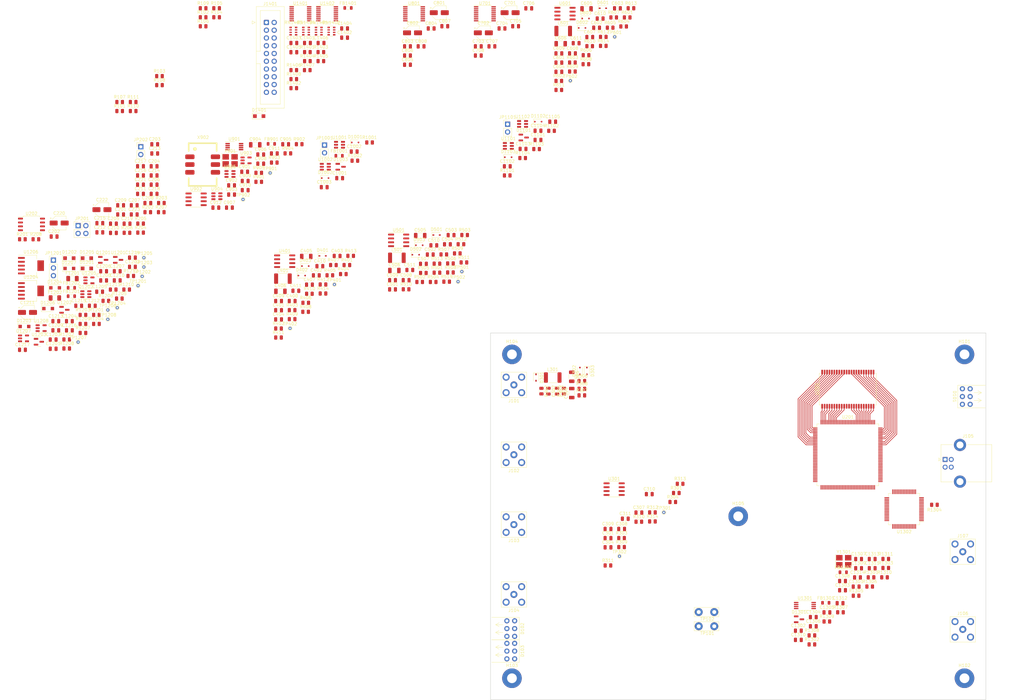
<source format=kicad_pcb>
(kicad_pcb (version 20211014) (generator pcbnew)
  (layers (0 "F.Cu" signal) (31 "B.Cu" signal) (34 "B.Paste" user) (35 "F.Paste" user) (36 "B.SilkS" user "B.Silkscreen") (37 "F.SilkS" user "F.Silkscreen") (38 "B.Mask" user) (39 "F.Mask" user) (44 "Edge.Cuts" user))
  (net 0 "")
  (net 1 "+3.3VD")
  (net 2 "AGND")
  (net 3 "+1.2VD")
  (net 4 "Net-(C220-Pad1)")
  (net 5 "Net-(C220-Pad2)")
  (net 6 "Net-(C222-Pad1)")
  (net 7 "Net-(C222-Pad2)")
  (net 8 "/Input Amplifier 1/VS+")
  (net 9 "/Input Amplifier 1/IN")
  (net 10 "Net-(C302-Pad2)")
  (net 11 "Net-(C303-Pad1)")
  (net 12 "/Input Amplifier 1/VOCM")
  (net 13 "Net-(C305-Pad2)")
  (net 14 "Net-(C306-Pad2)")
  (net 15 "Net-(C307-Pad1)")
  (net 16 "Net-(C307-Pad2)")
  (net 17 "Net-(C308-Pad1)")
  (net 18 "Net-(C308-Pad2)")
  (net 19 "Net-(C309-Pad1)")
  (net 20 "Net-(C309-Pad2)")
  (net 21 "/ADC1/INA+")
  (net 22 "/ADC1/INA-")
  (net 23 "/Input Amplifier 2/VS+")
  (net 24 "/Input Amplifier 2/IN")
  (net 25 "Net-(C402-Pad2)")
  (net 26 "Net-(C403-Pad1)")
  (net 27 "/Input Amplifier 2/VOCM")
  (net 28 "Net-(C405-Pad2)")
  (net 29 "Net-(C406-Pad2)")
  (net 30 "Net-(C407-Pad1)")
  (net 31 "Net-(C407-Pad2)")
  (net 32 "Net-(C408-Pad1)")
  (net 33 "Net-(C408-Pad2)")
  (net 34 "Net-(C409-Pad1)")
  (net 35 "Net-(C409-Pad2)")
  (net 36 "/ADC1/INB-")
  (net 37 "/ADC1/INB+")
  (net 38 "/Input Amplifier 3/VS+")
  (net 39 "/Input Amplifier 3/IN")
  (net 40 "Net-(C502-Pad2)")
  (net 41 "Net-(C503-Pad1)")
  (net 42 "/Input Amplifier 3/VOCM")
  (net 43 "Net-(C505-Pad2)")
  (net 44 "Net-(C506-Pad2)")
  (net 45 "Net-(C507-Pad1)")
  (net 46 "Net-(C507-Pad2)")
  (net 47 "Net-(C508-Pad1)")
  (net 48 "Net-(C508-Pad2)")
  (net 49 "Net-(C509-Pad1)")
  (net 50 "Net-(C509-Pad2)")
  (net 51 "/ADC2/INA+")
  (net 52 "/ADC2/INA-")
  (net 53 "/Input Amplifier 4/VS+")
  (net 54 "/Input Amplifier 4/IN")
  (net 55 "Net-(C602-Pad2)")
  (net 56 "Net-(C603-Pad1)")
  (net 57 "/Input Amplifier 4/VOCM")
  (net 58 "Net-(C605-Pad2)")
  (net 59 "Net-(C606-Pad2)")
  (net 60 "Net-(C607-Pad1)")
  (net 61 "Net-(C607-Pad2)")
  (net 62 "Net-(C608-Pad1)")
  (net 63 "Net-(C608-Pad2)")
  (net 64 "Net-(C609-Pad1)")
  (net 65 "Net-(C609-Pad2)")
  (net 66 "/ADC2/INB-")
  (net 67 "/ADC2/INB+")
  (net 68 "Net-(C701-Pad1)")
  (net 69 "Net-(C702-Pad1)")
  (net 70 "+2.5VA")
  (net 71 "Net-(C801-Pad1)")
  (net 72 "Net-(C802-Pad1)")
  (net 73 "+3.3VA")
  (net 74 "Net-(C902-Pad1)")
  (net 75 "/VCXO/VCXO_VCC")
  (net 76 "Net-(C904-Pad1)")
  (net 77 "Net-(C906-Pad2)")
  (net 78 "Net-(C911-Pad1)")
  (net 79 "Net-(C911-Pad2)")
  (net 80 "Net-(C912-Pad1)")
  (net 81 "/Clock Output/VDD_3V3")
  (net 82 "Net-(C1003-Pad1)")
  (net 83 "Net-(C1003-Pad2)")
  (net 84 "Net-(C1101-Pad1)")
  (net 85 "Net-(C1102-Pad1)")
  (net 86 "Net-(C1102-Pad2)")
  (net 87 "Net-(C1103-Pad1)")
  (net 88 "Net-(C1201-Pad1)")
  (net 89 "Net-(C1202-Pad1)")
  (net 90 "Net-(C1203-Pad1)")
  (net 91 "/FTDI/VBUS_CLEAN")
  (net 92 "Net-(C1207-Pad1)")
  (net 93 "Net-(C1208-Pad2)")
  (net 94 "/FTDI/FT_3V3")
  (net 95 "Net-(C1210-Pad1)")
  (net 96 "+5VMAIN")
  (net 97 "Net-(C1301-Pad1)")
  (net 98 "Net-(C1302-Pad1)")
  (net 99 "/FTDI/FT_+1V8")
  (net 100 "/FTDI/FT_VPHY")
  (net 101 "/FTDI/FT_VPLL")
  (net 102 "/Extension Connector/VDDEXT_CABLE")
  (net 103 "/Extension Connector/VDDEXT")
  (net 104 "Net-(D101-Pad1)")
  (net 105 "Net-(D101-Pad3)")
  (net 107 "Net-(D101-Pad6)")
  (net 108 "Net-(D102-Pad1)")
  (net 109 "Net-(D102-Pad3)")
  (net 110 "Net-(D102-Pad4)")
  (net 111 "Net-(D102-Pad6)")
  (net 112 "Net-(D103-Pad1)")
  (net 113 "Net-(D103-Pad3)")
  (net 114 "Net-(D103-Pad4)")
  (net 115 "Net-(D103-Pad6)")
  (net 116 "/Clock Output/OUT")
  (net 118 "/Reference Clock Input/IN")
  (net 120 "/FTDI/USB_DM")
  (net 121 "/FTDI/USB_DP")
  (net 122 "/Extension Connector/OUT_5VEXT")
  (net 123 "/Power Supply/IN_VBUS")
  (net 124 "/Extension Connector/IO1")
  (net 125 "/Extension Connector/IO2")
  (net 126 "/Extension Connector/IO3")
  (net 127 "/Extension Connector/IO4")
  (net 128 "/Extension Connector/IO5")
  (net 129 "/Extension Connector/IO6")
  (net 130 "/Extension Connector/IO7")
  (net 131 "/Extension Connector/IO8")
  (net 132 "Net-(JP201-Pad1)")
  (net 133 "Net-(JP201-Pad2)")
  (net 134 "/FPGA/FT_SPI.MISO")
  (net 135 "Net-(JP201-Pad4)")
  (net 136 "/FPGA/FT_SPI.~{CS}")
  (net 137 "Net-(JP202-Pad2)")
  (net 138 "Net-(JP1201-Pad1)")
  (net 139 "Net-(JP1201-Pad2)")
  (net 140 "/FTDI/~{PWREN}")
  (net 141 "/FPGA/LED.STS_R")
  (net 142 "/FPGA/LED.STS_G")
  (net 143 "/FPGA/LED.IN_R1")
  (net 144 "/FPGA/LED.IN_G1")
  (net 145 "/FPGA/LED.IN_R2")
  (net 146 "/FPGA/LED.IN_G2")
  (net 147 "/FPGA/LED.IN_R3")
  (net 148 "/FPGA/LED.IN_G3")
  (net 149 "/FPGA/LED.IN_R4")
  (net 150 "/FPGA/LED.IN_G4")
  (net 151 "/FPGA/FT_SPI.MOSI")
  (net 152 "/FPGA/QSPI_IO2")
  (net 153 "/FPGA/QSPI_IO3")
  (net 154 "/FPGA/FT_IO.~{CRESET}")
  (net 155 "/FPGA/FT_IO.CDONE")
  (net 156 "Net-(R307-Pad2)")
  (net 157 "Net-(R407-Pad2)")
  (net 158 "Net-(R507-Pad2)")
  (net 159 "Net-(R607-Pad2)")
  (net 160 "Net-(R901-Pad1)")
  (net 161 "Net-(R905-Pad2)")
  (net 162 "Net-(R1104-Pad1)")
  (net 163 "Net-(R1201-Pad2)")
  (net 164 "Net-(R1203-Pad2)")
  (net 165 "Net-(R1205-Pad2)")
  (net 166 "Net-(R1209-Pad1)")
  (net 167 "Net-(R1210-Pad1)")
  (net 168 "Net-(R1211-Pad1)")
  (net 169 "Net-(R1212-Pad1)")
  (net 170 "/FTDI/~{PWRSAV}")
  (net 171 "Net-(R1303-Pad2)")
  (net 172 "Net-(R1304-Pad2)")
  (net 173 "Net-(R1305-Pad1)")
  (net 174 "Net-(R1306-Pad1)")
  (net 175 "Net-(R1307-Pad1)")
  (net 176 "Net-(R1308-Pad1)")
  (net 177 "Net-(R1309-Pad1)")
  (net 178 "Net-(R1310-Pad2)")
  (net 179 "Net-(R1311-Pad1)")
  (net 180 "/FTDI/FT_+3V3")
  (net 181 "/Extension Connector/DIR12")
  (net 182 "/Extension Connector/DIR34")
  (net 183 "/Extension Connector/DIR56")
  (net 184 "/Extension Connector/DIR78")
  (net 185 "Net-(RN1401-Pad5)")
  (net 186 "Net-(RN1401-Pad6)")
  (net 187 "Net-(RN1401-Pad7)")
  (net 188 "Net-(RN1401-Pad8)")
  (net 189 "Net-(RN1402-Pad5)")
  (net 190 "Net-(RN1402-Pad6)")
  (net 191 "Net-(RN1402-Pad7)")
  (net 192 "Net-(RN1402-Pad8)")
  (net 193 "Net-(RN1403-Pad1)")
  (net 194 "Net-(RN1403-Pad2)")
  (net 195 "Net-(RN1403-Pad3)")
  (net 196 "Net-(RN1403-Pad4)")
  (net 197 "Net-(RN1404-Pad1)")
  (net 198 "Net-(RN1404-Pad2)")
  (net 199 "Net-(RN1404-Pad3)")
  (net 200 "Net-(RN1404-Pad4)")
  (net 201 "Net-(TP902-Pad1)")
  (net 202 "/FPGA/SRAM.A17")
  (net 203 "/FPGA/SRAM.A16")
  (net 204 "/FPGA/SRAM.A15")
  (net 205 "/FPGA/SRAM.~{OE}")
  (net 206 "/FPGA/SRAM.~{UB}")
  (net 207 "/FPGA/SRAM.~{LB}")
  (net 208 "/FPGA/SRAM.D15")
  (net 209 "/FPGA/SRAM.D14")
  (net 210 "/FPGA/SRAM.D13")
  (net 211 "/FPGA/SRAM.D12")
  (net 212 "/ADC1/ADC.SCK")
  (net 213 "/ADC1/ADC.DA")
  (net 214 "/ADC1/ADC.DB")
  (net 215 "/ADC1/ADC.~{CS}")
  (net 217 "/ADC2/ADC.DA")
  (net 218 "/ADC2/ADC.DB")
  (net 219 "/ADC2/ADC.~{CS}")
  (net 222 "/FPGA/VCXO_DAC.DIN")
  (net 223 "/FPGA/VCXO_DAC.SCK")
  (net 224 "/FPGA/VCXO_DAC.~{SYNC}")
  (net 225 "/FPGA/CLK_20MHZ")
  (net 228 "/Clock Output/CLK_SEL")
  (net 229 "/Clock Output/CLK0")
  (net 231 "/FPGA/REF_CLK_IN")
  (net 232 "/FPGA/FT_IO.IO1")
  (net 233 "/FPGA/FT_IO.IO2")
  (net 234 "/FPGA/FT_SPI.SCK")
  (net 235 "/FPGA/FIFO.~{OE}")
  (net 236 "/FPGA/FIFO.CLKOUT")
  (net 237 "/FPGA/FIFO.SIWU")
  (net 238 "/FPGA/FIFO.~{WR}")
  (net 240 "/FPGA/FIFO.~{RD}")
  (net 241 "/FPGA/FIFO.~{TXE}")
  (net 242 "/FPGA/FIFO.~{RXF}")
  (net 243 "/FPGA/FIFO.D7")
  (net 244 "/FPGA/FIFO.D6")
  (net 245 "/FPGA/FIFO.D5")
  (net 246 "/FPGA/FIFO.D4")
  (net 247 "/FPGA/FIFO.D3")
  (net 248 "/FPGA/FIFO.D2")
  (net 249 "/FPGA/FIFO.D1")
  (net 250 "/FPGA/FIFO.D0")
  (net 254 "/FPGA/SRAM.D11")
  (net 255 "/FPGA/SRAM.D10")
  (net 256 "/FPGA/SRAM.D9")
  (net 257 "/FPGA/SRAM.D8")
  (net 258 "/FPGA/SRAM.A14")
  (net 259 "/FPGA/SRAM.A13")
  (net 260 "/FPGA/SRAM.A12")
  (net 261 "/FPGA/SRAM.A11")
  (net 262 "/FPGA/SRAM.A10")
  (net 264 "/FPGA/SRAM.A9")
  (net 265 "/FPGA/SRAM.A8")
  (net 266 "/FPGA/SRAM.A7")
  (net 267 "/FPGA/SRAM.A6")
  (net 268 "/FPGA/SRAM.A5")
  (net 269 "/FPGA/SRAM.~{WE}")
  (net 270 "/FPGA/SRAM.D7")
  (net 271 "/FPGA/SRAM.D6")
  (net 272 "/FPGA/SRAM.D5")
  (net 273 "/FPGA/SRAM.D4")
  (net 282 "/FPGA/SRAM.D3")
  (net 283 "/FPGA/SRAM.D2")
  (net 284 "/FPGA/SRAM.D1")
  (net 285 "/FPGA/SRAM.D0")
  (net 286 "/FPGA/SRAM.~{CS}")
  (net 287 "/FPGA/SRAM.A4")
  (net 288 "/FPGA/SRAM.A3")
  (net 289 "/FPGA/SRAM.A2")
  (net 290 "/FPGA/SRAM.A1")
  (net 291 "/FPGA/SRAM.A0")
  (net 296 "Net-(U904-Pad4)")
  (net 297 "/Clock Output/CLK1")
  (net 298 "Net-(U1001-Pad4)")
  (net 299 "Net-(U1101-Pad4)")
  (net 300 "Net-(U1102-Pad3)")
  (footprint "Resistor_SMD:R_Array_Convex_4x0603" (layer "F.Cu") (at 19.662 -68.794)
    (fp_text reference "RN1404")
    (fp_text value "4x82R")
  )
  (footprint "Capacitor_SMD:C_0805_2012Metric" (layer "F.Cu") (at -50.248 21.096)
    (fp_text reference "C1212")
    (fp_text value "1u")
  )
  (footprint "Diode_SMD:D_SOD-123F" (layer "F.Cu") (at -72.438 27.866)
    (fp_text reference "D1203")
    (fp_text value "SBR3U40S1F")
  )
  (footprint "Capacitor_SMD:C_0805_2012Metric" (layer "F.Cu") (at 131.914 82.733)
    (fp_text reference "C310")
    (fp_text value "1.5n")
  )
  (footprint "Package_TO_SOT_SMD:SOT-23-6" (layer "F.Cu") (at -52.358 17.296)
    (fp_text reference "Q1202")
    (fp_text value "PMN48XP")
  )
  (footprint "Capacitor_SMD:C_0805_2012Metric" (layer "F.Cu") (at 75.992 -63.814)
    (fp_text reference "C703")
    (fp_text value "100n")
  )
  (footprint "custom-footprints:SMA_Superbat_S01-ROPT4-11BS00" (layer "F.Cu") (at 87.63 69.85 90)
    (fp_text reference "J102")
    (fp_text value "IN2")
  )
  (footprint "Package_TO_SOT_SMD:SOT-23-5" (layer "F.Cu") (at -51.348 12.766)
    (fp_text reference "U1205")
    (fp_text value "NCV8164ASN120T1G")
  )
  (footprint "Capacitor_SMD:C_0805_2012Metric" (layer "F.Cu") (at 106.792 -61.504)
    (fp_text reference "C608")
    (fp_text value "1.5n")
  )
  (footprint "MountingHole:MountingHole_3.2mm_M3_Pad" (layer "F.Cu") (at 235 143)
    (fp_text reference "H102")
    (fp_text value "MountingHole_Pad")
  )
  (footprint "Capacitor_SMD:C_0805_2012Metric" (layer "F.Cu") (at 90.622 -30.244)
    (fp_text reference "C1103")
    (fp_text value "10n")
  )
  (footprint "Capacitor_SMD:C_0805_2012Metric" (layer "F.Cu") (at 65.032 -70.404)
    (fp_text reference "C807")
    (fp_text value "100n")
  )
  (footprint "Capacitor_SMD:C_0805_2012Metric" (layer "F.Cu") (at 118.414 94.133)
    (fp_text reference "C309")
    (fp_text value "1.5n")
  )
  (footprint "Package_SO:SOIC-8_3.9x4.9mm_P1.27mm" (layer "F.Cu") (at 12.672 6.506)
    (fp_text reference "U401")
    (fp_text value "THS4521ID")
  )
  (footprint "Capacitor_SMD:C_0805_2012Metric" (layer "F.Cu") (at 195.117 114.192)
    (fp_text reference "C1303")
    (fp_text value "4.7u")
  )
  (footprint "Resistor_SMD:R_0805_2012Metric" (layer "F.Cu") (at 15.642 -56.034)
    (fp_text reference "R1406")
    (fp_text value "DNP")
  )
  (footprint "Resistor_SMD:R_0805_2012Metric" (layer "F.Cu") (at -27.698 -9.544)
    (fp_text reference "R207")
    (fp_text value "100")
  )
  (footprint "Capacitor_SMD:C_0805_2012Metric" (layer "F.Cu") (at -62.188 29.146)
    (fp_text reference "C1209")
    (fp_text value "1u")
  )
  (footprint "Diode_SMD:D_SOD-323F" (layer "F.Cu") (at 56.692 1.286)
    (fp_text reference "D503")
    (fp_text value "BAT54J")
  )
  (footprint "Inductor_SMD:L_1812_4532Metric_Pad1.30x3.40mm_HandSolder" (layer "F.Cu") (at 49.362 5.386)
    (fp_text reference "L501")
    (fp_text value "18u")
  )
  (footprint "Capacitor_SMD:C_0805_2012Metric" (layer "F.Cu") (at 10.672 25.556)
    (fp_text reference "C404")
    (fp_text value "100n")
  )
  (footprint "Resistor_SMD:R_0805_2012Metric" (layer "F.Cu") (at 20.052 -56.034)
    (fp_text reference "R1407")
    (fp_text value "DNP")
  )
  (footprint "Resistor_SMD:R_0805_2012Metric" (layer "F.Cu") (at 33.012 7.766)
    (fp_text reference "R401")
    (fp_text value "0")
  )
  (footprint "Diode_SMD:D_SOD-323F" (layer "F.Cu") (at 85.772 -27.524)
    (fp_text reference "D1103")
    (fp_text value "BAT54J")
  )
  (footprint "Capacitor_SMD:C_0805_2012Metric" (layer "F.Cu") (at -0.248 -19.754)
    (fp_text reference "C909")
    (fp_text value "100n")
  )
  (footprint "Capacitor_SMD:C_1206_3216Metric" (layer "F.Cu") (at 111.392 -76.084)
    (fp_text reference "C605")
    (fp_text value "100n")
  )
  (footprint "Diode_SMD:D_SOD-323F" (layer "F.Cu") (at 19.422 8.106)
    (fp_text reference "D403")
    (fp_text value "BAT54J")
  )
  (footprint "Resistor_SMD:R_0805_2012Metric" (layer "F.Cu") (at 111.222 -60.924)
    (fp_text reference "R606")
    (fp_text value "200")
  )
  (footprint "Resistor_SMD:R_Array_Convex_4x0603" (layer "F.Cu") (at 23.812 -68.794)
    (fp_text reference "RN1401")
    (fp_text value "4x82R")
  )
  (footprint "Resistor_SMD:R_0805_2012Metric" (layer "F.Cu") (at 189.987 124.422)
    (fp_text reference "R1309")
    (fp_text value "10k")
  )
  (footprint "Capacitor_SMD:C_0805_2012Metric" (layer "F.Cu") (at 194.307 118.432)
    (fp_text reference "C1312")
    (fp_text value "100n")
  )
  (footprint "Capacitor_SMD:C_0805_2012Metric" (layer "F.Cu") (at 200.007 110.002)
    (fp_text reference "C1314")
    (fp_text value "100n")
  )
  (footprint "Package_TO_SOT_SMD:SOT-23" (layer "F.Cu") (at 90.842 -33.974)
    (fp_text reference "D1101")
    (fp_text value "PESD5V0X1BT")
  )
  (footprint "Capacitor_SMD:C_0805_2012Metric" (layer "F.Cu") (at 16.322 16.186)
    (fp_text reference "C411")
    (fp_text value "1.5n")
  )
  (footprint "Capacitor_SMD:C_0805_2012Metric" (layer "F.Cu") (at 92.492 -76.254)
    (fp_text reference "C706")
    (fp_text value "100n")
  )
  (footprint "Diode_SMD:D_SOD-123F" (layer "F.Cu") (at -62.408 15.216)
    (fp_text reference "D1204")
    (fp_text value "SBR3U40S1F")
  )
  (footprint "Capacitor_SMD:C_0805_2012Metric" (layer "F.Cu") (at 30.652 -20.674)
    (fp_text reference "C1001")
    (fp_text value "4.7u")
  )
  (footprint "Capacitor_SMD:C_1206_3216Metric" (layer "F.Cu") (at 3.042 -31.594)
    (fp_text reference "C904")
    (fp_text value "100n")
  )
  (footprint "Diode_SMD:D_SOD-323" (layer "F.Cu") (at 116.742 -76.284)
    (fp_text reference "D601")
    (fp_text value "SD12C")
  )
  (footprint "Resistor_SMD:R_0805_2012Metric" (layer "F.Cu") (at 122.844 100.063)
    (fp_text reference "R309")
    (fp_text value "24")
  )
  (footprint "Capacitor_SMD:CP_Elec_4x5.8" (layer "F.Cu") (at 86.392 -74.834)
    (fp_text reference "C701")
    (fp_text value "10u")
  )
  (footprint "Resistor_SMD:R_0805_2012Metric" (layer "F.Cu") (at 25.202 14.126)
    (fp_text reference "R412")
    (fp_text value "220")
  )
  (footprint "Capacitor_SMD:C_0805_2012Metric" (layer "F.Cu") (at -37.128 8.356)
    (fp_text reference "C1202")
    (fp_text value "100n")
  )
  (footprint "Resistor_SMD:R_0805_2012Metric" (layer "F.Cu") (at -45.818 19.476)
    (fp_text reference "R1206")
    (fp_text value "2.4k")
  )
  (footprint "Resistor_SMD:R_0805_2012Metric" (layer "F.Cu") (at 34.252 4.756)
    (fp_text reference "R413")
    (fp_text value "100")
  )
  (footprint "Capacitor_SMD:C_0805_2012Metric" (layer "F.Cu") (at 60.582 -69.664)
    (fp_text reference "C804")
    (fp_text value "100n")
  )
  (footprint "Resistor_SMD:R_0805_2012Metric" (layer "F.Cu") (at -34.458 -5.804)
    (fp_text reference "R205")
    (fp_text value "10k")
  )
  (footprint "Capacitor_SMD:C_0805_2012Metric" (layer "F.Cu") (at 52.832 -57.794)
    (fp_text reference "C805")
    (fp_text value "4.7u")
  )
  (footprint "Package_TO_SOT_SMD:SOT-23" (layer "F.Cu") (at 30.972 -24.404)
    (fp_text reference "D1003")
    (fp_text value "PESD5V0X1BT")
  )
  (footprint "Capacitor_SMD:C_0805_2012Metric" (layer "F.Cu") (at 52.832 -63.814)
    (fp_text reference "C803")
    (fp_text value "100n")
  )
  (footprint "Capacitor_SMD:C_0805_2012Metric" (layer "F.Cu") (at -47.788 -5.944)
    (fp_text reference "C215")
    (fp_text value "100n")
  )
  (footprint "Capacitor_SMD:C_0805_2012Metric" (layer "F.Cu") (at 85.472 -24.544)
    (fp_text reference "C1102")
    (fp_text value "10n")
  )
  (footprint "Package_TO_SOT_SMD:SOT-23-6" (layer "F.Cu") (at 85.822 -31.224)
    (fp_text reference "U1101")
    (fp_text value "74LVC2GU04")
  )
  (footprint "Package_SO:SOIC-8_3.9x4.9mm_P1.27mm" (layer "F.Cu") (at 49.942 -0.314)
    (fp_text reference "U501")
    (fp_text value "THS4521ID")
  )
  (footprint "Resistor_SMD:R_0805_2012Metric" (layer "F.Cu") (at 96.647 49.022 -90)
    (fp_text reference "R302")
    (fp_text value "49.9")
  )
  (footprint "Resistor_SMD:R_0805_2012Metric" (layer "F.Cu") (at 204.437 109.972)
    (fp_text reference "R1301")
    (fp_text value "5.1k")
  )
  (footprint "custom-footprints:SMA_Superbat_S01-ROPT4-11BS00" (layer "F.Cu") (at 87.63 115.57 90)
    (fp_text reference "J104")
    (fp_text value "IN4")
  )
  (footprint "Resistor_SMD:R_0805_2012Metric" (layer "F.Cu") (at 106.772 -55.574)
    (fp_text reference "R609")
    (fp_text value "24")
  )
  (footprint "Resistor_SMD:R_0805_2012Metric" (layer "F.Cu") (at -34.458 -2.854)
    (fp_text reference "R204")
    (fp_text value "10k")
  )
  (footprint "Resistor_SMD:R_0805_2012Metric" (layer "F.Cu") (at 208.847 109.972)
    (fp_text reference "R1310")
    (fp_text value "10k")
  )
  (footprint "Package_TO_SOT_SMD:SOT-23-6" (layer "F.Cu") (at 30.602 -31.604)
    (fp_text reference "U1001")
    (fp_text value "74LVC1G157")
  )
  (footprint "Resistor_SMD:R_0805_2012Metric" (layer "F.Cu") (at -9.598 -76.284)
    (fp_text reference "R105")
    (fp_text value "220")
  )
  (footprint "Diode_SMD:D_SOD-323F" (layer "F.Cu") (at 55.532 4.386)
    (fp_text reference "D502")
    (fp_text value "BAT54J")
  )
  (footprint "Resistor_SMD:R_0805_2012Metric" (layer "F.Cu") (at -38.908 -2.794)
    (fp_text reference "R206")
    (fp_text value "10k")
  )
  (footprint "Capacitor_SMD:C_0805_2012Metric" (layer "F.Cu") (at 185.557 122.982)
    (fp_text reference "C1304")
    (fp_text value "4.7u")
  )
  (footprint "Resistor_SMD:R_0805_2012Metric" (layer "F.Cu") (at 104.013 49.022 90)
    (fp_text reference "R305")
    (fp_text value "62")
  )
  (footprint "Capacitor_SMD:C_1206_3216Metric" (layer "F.Cu") (at 102.942 -64.684)
    (fp_text reference "C606")
    (fp_text value "100n")
  )
  (footprint "Capacitor_SMD:C_0805_2012Metric" (layer "F.Cu") (at -42.098 9.796)
    (fp_text reference "C1207")
    (fp_text value "1u")
  )
  (footprint "Resistor_SMD:R_0805_2012Metric" (layer "F.Cu") (at 71.292 6.906)
    (fp_text reference "R511")
    (fp_text value "220")
  )
  (footprint "Resistor_SMD:R_0805_2012Metric" (layer "F.Cu") (at -48.898 24.076)
    (fp_text reference "R1201")
    (fp_text value "1k")
  )
  (footprint "Capacitor_SMD:C_0805_2012Metric" (layer "F.Cu") (at 118.414 97.143)
    (fp_text reference "C301")
    (fp_text value "1u")
  )
  (footprint "Connector_USB:USB_B_Lumberg_2411_02_Horizontal" (layer "F.Cu") (at 228.6705 71.394)
    (fp_text reference "J105")
    (fp_text value "USB_B")
  )
  (footprint "TestPoint:TestPoint_THTPad_D1.0mm_Drill0.5mm" (layer "F.Cu") (at -54.888 32.976)
    (fp_text reference "TP1207")
    (fp_text value "TestPoint")
  )
  (footprint "Resistor_SMD:R_0805_2012Metric" (layer "F.Cu") (at -39.008 15.786)
    (fp_text reference "R1210")
    (fp_text value "10k")
  )
  (footprint "Resistor_SMD:R_0805_2012Metric" (layer "F.Cu") (at -14.008 -76.284)
    (fp_text reference "R109")
    (fp_text value "220")
  )
  (footprint "Capacitor_SMD:C_0805_2012Metric" (layer "F.Cu") (at -0.418 -22.764)
    (fp_text reference "C901")
    (fp_text value "100n")
  )
  (footprint "TestPoint:TestPoint_THTPad_D1.0mm_Drill0.5mm" (layer "F.Cu") (at 28.932 14.116)
    (fp_text reference "TP401")
    (fp_text value "TestPoint")
  )
  (footprint "Capacitor_SMD:C_0805_2012Metric" (layer "F.Cu") (at 10.672 19.536)
    (fp_text reference "C409")
    (fp_text value "1.5n")
  )
  (footprint "Diode_SMD:D_SOD-323F" (layer "F.Cu") (at 109.932 -69.834)
    (fp_text reference "D602")
    (fp_text value "BAT54J")
  )
  (footprint "MountingHole:MountingHole_3.2mm_M3_Pad" (layer "F.Cu") (at 235 37)
    (fp_text reference "H101")
    (fp_text value "MountingHole_Pad")
  )
  (footprint "Resistor_SMD:R_0805_2012Metric" (layer "F.Cu") (at 15.642 -50.134)
    (fp_text reference "R1402")
    (fp_text value "DNP")
  )
  (footprint "Resistor_SMD:R_0805_2012Metric" (layer "F.Cu") (at 66.882 10.196)
    (fp_text reference "R508")
    (fp_text value "200")
  )
  (footprint "Capacitor_SMD:C_1206_3216Metric" (layer "F.Cu") (at 106.553 49.657 90)
    (fp_text reference "C306")
    (fp_text value "100n")
  )
  (footprint "Capacitor_SMD:C_0805_2012Metric" (layer "F.Cu") (at 60.282 4.326)
    (fp_text reference "C502")
    (fp_text value "6.8n")
  )
  (footprint "Capacitor_SMD:C_0805_2012Metric" (layer "F.Cu") (at 47.942 15.726)
    (fp_text reference "C501")
    (fp_text value "1u")
  )
  (footprint "Capacitor_SMD:C_0805_2012Metric" (layer "F.Cu") (at -34.488 -18.544)
    (fp_text reference "C221")
    (fp_text value "100n")
  )
  (footprint "Capacitor_SMD:C_0805_2012Metric" (layer "F.Cu") (at 58.042 7.366)
    (fp_text reference "C507")
    (fp_text value "10n")
  )
  (footprint "Diode_SMD:D_SOD-323F" (layer "F.Cu") (at 111.506 42.418 -90)
    (fp_text reference "D303")
    (fp_text value "BAT54J")
  )
  (footprint "Capacitor_SMD:C_0805_2012Metric" (layer "F.Cu") (at -46.548 9.796)
    (fp_text reference "C1206")
    (fp_text value "4.7u")
  )
  (footprint "Resistor_SMD:R_0805_2012Metric" (layer "F.Cu") (at 20.092 -61.934)
    (fp_text reference "R1401")
    (fp_text value "0")
  )
  (footprint "Resistor_SMD:R_0805_2012Metric" (layer "F.Cu") (at -48.898 27.026)
    (fp_text reference "R1204")
    (fp_text value "2.4k")
  )
  (footprint "Capacitor_SMD:C_0805_2012Metric" (layer "F.Cu") (at -40.988 -8.784)
    (fp_text reference "C201")
    (fp_text value "4.7u")
  )
  (footprint "Resistor_SMD:R_Array_Convex_4x0603" (layer "F.Cu") (at 15.512 -68.794)
    (fp_text reference "RN1403")
    (fp_text value "4x82R")
  )
  (footprint "Resistor_SMD:R_0805_2012Metric" (layer "F.Cu") (at -9.598 -73.334)
    (fp_text reference "R104")
    (fp_text value "220")
  )
  (footprint "TestPoint:TestPoint_THTPad_D1.0mm_Drill0.5mm" (layer "F.Cu") (at 14.422 28.466)
    (fp_text reference "TP402")
    (fp_text value "TestPoint")
  )
  (footprint "Capacitor_SMD:C_0805_2012Metric" (layer "F.Cu") (at -37.128 5.346)
    (fp_text reference "C1214")
    (fp_text value "1u")
  )
  (footprint "Package_SO:TSSOP-16_4.4x5mm_P0.65mm" (layer "F.Cu") (at 78.142 -74.464)
    (fp_text reference "U701")
    (fp_text value "AD7357xRU")
  )
  (footprint "custom-footprints:SMA_Superbat_S01-ROPT4-11BS00" (layer "F.Cu") (at 234.442 101.6 -90)
    (fp_text reference "J107")
    (fp_text value "REF_IN")
  )
  (footprint "Package_SO:TSSOP-8_4.4x3mm_P0.65mm" (layer "F.Cu") (at 182.817 119.202)
    (fp_text reference "U1301")
    (fp_text value "AT93C56")
  )
  (footprint "Capacitor_SMD:C_0805_2012Metric" (layer "F.Cu") (at 102.342 -55.484)
    (fp_text reference "C604")
    (fp_text value "100n")
  )
  (footprint "Capacitor_SMD:C_0805_2012Metric" (layer "F.Cu") (at 10.672 22.546)
    (fp_text reference "C401")
    (fp_text value "1u")
  )
  (footprint "Capacitor_SMD:CP_Elec_4x5.8" (layer "F.Cu") (at -71.438 23.266)
    (fp_text reference "C1211")
    (fp_text value "22u")
  )
  (footprint "Resistor_SMD:R_0805_2012Metric" (layer "F.Cu") (at -41.298 -42.644)
    (fp_text reference "R101")
    (fp_text value "220")
  )
  (footprint "Resistor_SMD:R_0805_2012Metric" (layer "F.Cu") (at 199.547 115.992)
    (fp_text reference "R1305")
    (fp_text value "10k")
  )
  (footprint "Inductor_SMD:L_0805_2012Metric" (layer "F.Cu") (at 189.637 118.302)
    (fp_text reference "FB1301")
    (fp_text value "782853701")
  )
  (footprint "Diode_SMD:D_SOD-123F" (layer "F.Cu") (at -64.688 22.016)
    (fp_text reference "D1206")
    (fp_text value "SBR3U40S1F")
  )
  (footprint "Resistor_SMD:R_0805_2012Metric" (layer "F.Cu") (at 66.882 7.246)
    (fp_text reference "R506")
    (fp_text value "200")
  )
  (footprint "Capacitor_SMD:C_0805_2012Metric" (layer "F.Cu") (at 88.192 -70.404)
    (fp_text reference "C705")
    (fp_text value "4.7u")
  )
  (footprint "Inductor_SMD:L_0805_2012Metric" (layer "F.Cu") (at 33.382 -76.384)
    (fp_text reference "FB1401")
    (fp_text value "782853701")
  )
  (footprint "Connector_PinHeader_2.54mm:PinHeader_1x03_P2.54mm_Vertical" (layer "F.Cu") (at -62.958 6.166)
    (fp_text reference "JP1201")
    (fp_text value "USB_PON")
  )
  (footprint "Capacitor_SMD:CP_Elec_4x5.8" (layer "F.Cu") (at 54.482 -68.244)
    (fp_text reference "C802")
    (fp_text value "10u")
  )
  (footprint "Inductor_SMD:L_0805_2012Metric" (layer "F.Cu") (at -57.088 17.956)
    (fp_text reference "FB1201")
    (fp_text value "782853701")
  )
  (footprint "Capacitor_SMD:C_0805_2012Metric" (layer "F.Cu") (at 95.512 -33.184)
    (fp_text reference "C1101")
    (fp_text value "1n")
  )
  (footprint "Resistor_SMD:R_0805_2012Metric" (layer "F.Cu") (at -14.008 -70.384)
    (fp_text reference "R106")
    (fp_text value "220")
  )
  (footprint "Capacitor_SMD:C_0805_2012Metric" (layer "F.Cu") (at 124.064 90.783)
    (fp_text reference "C311")
    (fp_text value "1.5n")
  )
  (footprint "Resistor_SMD:R_0805_2012Metric" (layer "F.Cu") (at 19.552 20.116)
    (fp_text reference "R406")
    (fp_text value "200")
  )
  (footprint "Capacitor_SMD:C_0805_2012Metric" (layer "F.Cu") (at -29.838 -31.764)
    (fp_text reference "C203")
    (fp_text value "4.7u")
  )
  (footprint "Resistor_SMD:R_0805_2012Metric" (layer "F.Cu") (at 112.422 -63.874)
    (fp_text reference "R610")
    (fp_text value "24")
  )
  (footprint "Capacitor_SMD:C_0805_2012Metric" (layer "F.Cu") (at 4.832 -25.404)
    (fp_text reference "C908")
    (fp_text value "100n")
  )
  (footprint "Capacitor_SMD:C_1206_3216Metric" (layer "F.Cu") (at 19.722 4.956)
    (fp_text reference "C405")
    (fp_text value "100n")
  )
  (footprint "Resistor_SMD:R_0805_2012Metric" (layer "F.Cu") (at 40.432 -32.354)
    (fp_text reference "R1001")
    (fp_text value "75")
  )
  (footprint "Capacitor_SMD:C_1206_3216Metric" (layer "F.Cu") (at 56.992 -1.864)
    (fp_text reference "C505")
    (fp_text value "100n")
  )
  (footprint "Capacitor_SMD:CP_Elec_4x5.8" (layer "F.Cu") (at -61.088 -5.994)
    (fp_text reference "C220")
    (fp_text value "10u")
  )
  (footprint "Resistor_SMD:R_0805_2012Metric" (layer "F.Cu") (at 10.652 31.486)
    (fp_text reference "R411")
    (fp_text value "220")
  )
  (footprint "Capacitor_SMD:C_0805_2012Metric" (layer "F.Cu") (at 35.402 -29.374)
    (fp_text reference "C1002")
    (fp_text value "100n")
  )
  (footprint "Fuse:Fuse_1206_3216Metric" (layer "F.Cu") (at -62.478 18.536)
    (fp_text reference "F1202")
    (fp_text value "1206L050/15")
  )
  (footprint "Capacitor_SMD:C_0805_2012Metric" (layer "F.Cu") (at 204.817 106.992)
    (fp_text reference "C1311")
    (fp_text value "100n")
  )
  (footprint "Capacitor_SMD:C_0805_2012Metric" (layer "F.Cu") (at 180.667 127.432)
    (fp_text reference "C1302")
    (fp_text value "27p")
  )
  (footprint "Capacitor_SMD:C_0805_2012Metric" (layer "F.Cu") (at 20.112 -64.914)
    (fp_text reference "C1401")
    (fp_text value "100n")
  )
  (footprint "Diode_SMD:D_SOD-323" (layer "F.Cu") (at 25.072 4.756)
    (fp_text reference "D401")
    (fp_text value "SD12C")
  )
  (footprint "Resistor_SMD:R_0805_2012Metric" (layer "F.Cu") (at 185.097 128.972)
    (fp_text reference "R1308")
    (fp_text value "12k")
  )
  (footprint "Capacitor_SMD:CP_Elec_4x5.8" (layer "F.Cu") (at 77.642 -68.244)
    (fp_text reference "C702")
    (fp_text value "10u")
  )
  (footprint "Capacitor_SMD:C_0805_2012Metric" (layer "F.Cu") (at -34.488 -21.554)
    (fp_text reference "C216")
    (fp_text value "100n")
  )
  (footprint "Inductor_SMD:L_0805_2012Metric" (layer "F.Cu") (at -57.088 15.206)
    (fp_text reference "FB1202")
    (fp_text value "782853701")
  )
  (footprint "Capacitor_SMD:C_0805_2012Metric" (layer "F.Cu") (at 65.892 0.976)
    (fp_text reference "C504")
    (fp_text value "100n")
  )
  (footprint "Capacitor_SMD:C_0805_2012Metric" (layer "F.Cu") (at 15.122 19.536)
    (fp_text reference "C408")
    (fp_text value "1.5n")
  )
  (footprint "Resistor_SMD:R_0805_2012Metric" (layer "F.Cu") (at 13.712 -28.784)
    (fp_text reference "R904")
    (fp_text value "10k")
  )
  (footprint "Capacitor_SMD:C_0805_2012Metric" (layer "F.Cu") (at -62.188 26.136)
    (fp_text reference "C1213")
    (fp_text value "1u")
  )
  (footprint "Connector_PinHeader_2.54mm:PinHeader_1x02_P2.54mm_Vertical" (layer "F.Cu") (at 25.702 -31.504)
    (fp_text reference "JP1001")
    (fp_text value "DC")
  )
  (footprint "TestPoint:TestPoint_THTPad_D1.0mm_Drill0.5mm" (layer "F.Cu") (at -42.088 21.736)
    (fp_text reference "TP1204")
    (fp_text value "TestPoint")
  )
  (footprint "TestPoint:TestPoint_Bridge_Pitch5.08mm_Drill1.3mm" (layer "F.Cu") (at 148.082 121.334)
    (fp_text reference "TP102")
    (fp_text value "TestPoint")
  )
  (footprint "Diode_SMD:Nexperia_CFP3_SOD-123W" (layer "F.Cu") (at 4.332 -40.974)
    (fp_text reference "D1401")
    (fp_text value "PTVS3V3S1UR")
  )
  (footprint "Resistor_SMD:R_0805_2012Metric" (layer "F.Cu") (at 209.247 106.902)
    (fp_text reference "R1303")
    (fp_text value "0")
  )
  (footprint "Capacitor_SMD:C_0805_2012Metric" (layer "F.Cu") (at 118.414 100.153)
    (fp_text reference "C304")
    (fp_text value "100n")
  )
  (footprint "Capacitor_SMD:C_0805_2012Metric" (layer "F.Cu") (at 32.262 -66.654)
    (fp_text reference "C1402")
    (fp_text value "100n")
  )
  (footprint "Package_TO_SOT_SMD:SOT-23-6" (layer "F.Cu") (at -5.218 -22.044)
    (fp_text reference "U905")
    (fp_text value "74LVC2G04")
  )
  (footprint "Inductor_SMD:L_0805_2012Metric" (layer "F.Cu") (at 8.312 -31.894)
    (fp_text reference "FB901")
    (fp_text value "782853701")
  )
  (footprint "Resistor_SMD:R_0805_2012Metric" (layer "F.Cu") (at 225.171 86.233 180)
    (fp_text reference "R1304")
    (fp_text value "0")
  )
  (footprint "Resistor_SMD:R_0805_2012Metric" (layer "F.Cu") (at 24.502 -58.984)
    (fp_text reference "R1405")
    (fp_text value "0")
  )
  (footprint "Package_TO_SOT_SMD:SOT-23-6" (layer "F.Cu") (at -9.498 -14.754)
    (fp_text reference "U904")
    (fp_text value "74LVC2GU04")
  )
  (footprint "TestPoint:TestPoint_Bridge_Pitch5.08mm_Drill1.3mm" (layer "F.Cu") (at 148.082 125.984)
    (fp_text reference "TP101")
    (fp_text value "TestPoint")
  )
  (footprint "TestPoint:TestPoint_THTPad_D1.0mm_Drill0.5mm" (layer "F.Cu") (at 69.372 13.196)
    (fp_text reference "TP502")
    (fp_text value "TestPoint")
  )
  (footprint "Resistor_SMD:R_0805_2012Metric" (layer "F.Cu") (at -73.108 -0.674)
    (fp_text reference "R201")
    (fp_text value "220")
  )
  (footprint "Resistor_SMD:R_0805_2012Metric" (layer "F.Cu") (at 71.522 -2.064)
    (fp_text reference "R503")
    (fp_text value "1k")
  )
  (footprint "Capacitor_SMD:C_0805_2012Metric" (layer "F.Cu") (at -54.698 21.096)
    (fp_text reference "C1215")
    (fp_text value "1u")
  )
  (footprint "Package_SO:SOIC-8_3.9x4.9mm_P1.27mm" (layer "F.Cu") (at -16.298 -13.754)
    (fp_text reference "U902")
    (fp_text value "MCP1501-33xSN")
  )
  (footprint "Capacitor_SMD:CP_Elec_4x5.8" (layer "F.Cu") (at -47.088 -10.374)
    (fp_text reference "C222")
    (fp_text value "10u")
  )
  (footprint "Capacitor_SMD:C_0805_2012Metric" (layer "F.Cu") (at 47.942 12.716)
    (fp_text reference "C509")
    (fp_text value "1.5n")
  )
  (footprint "Capacitor_SMD:C_0805_2012Metric" (layer "F.Cu") (at 12.982 -31.764)
    (fp_text reference "C905")
    (fp_text value "100n")
  )
  (footprint "Capacitor_SMD:C_0805_2012Metric" (layer "F.Cu") (at -63.048 32.156)
    (fp_text reference "C1203")
    (fp_text value "100n")
  )
  (footprint "custom-footprints:SMA_Superbat_S01-ROPT4-11BS00" (layer "F.Cu") (at 87.63 46.99 90)
    (fp_text reference "J101")
    (fp_text value "IN1")
  )
  (footprint "Capacitor_SMD:C_0805_2012Metric" (layer "F.Cu") (at -43.338 -5.774)
    (fp_text reference "C205")
    (fp_text value "1u")
  )
  (footprint "Resistor_SMD:R_0805_2012Metric" (layer "F.Cu") (at -41.298 -45.594)
    (fp_text reference "R107")
    (fp_text value "220")
  )
  (footprint "Resistor_SMD:R_0805_2012Metric" (layer "F.Cu") (at 4.182 -22.424)
    (fp_text reference "R905")
    (fp_text value "100k")
  )
  (footprint "Resistor_SMD:R_0805_2012Metric" (layer "F.Cu") (at -36.888 -42.644)
    (fp_text reference "R110")
    (fp_text value "220")
  )
  (footprint "Diode_SMD:D_SOD-123F" (layer "F.Cu") (at -57.758 8.866)
    (fp_text reference "D1207")
    (fp_text value "SBR3U40S1F")
  )
  (footprint "Resistor_SMD:R_0805_2012Metric" (layer "F.Cu") (at 65.642 13.206)
    (fp_text reference "R514")
    (fp_text value "100")
  )
  (footprint "Capacitor_SMD:C_0805_2012Metric" (layer "F.Cu") (at -40.988 -11.794)
    (fp_text reference "C209")
    (fp_text value "100n")
  )
  (footprint "Capacitor_SMD:C_1206_3216Metric" (layer "F.Cu") (at 11.272 16.356)
    (fp_text reference "C406")
    (fp_text value "100n")
  )
  (footprint "Resistor_SMD:R_0805_2012Metric" (layer "F.Cu") (at 124.682 -73.274)
    (fp_text reference "R601")
    (fp_text value "0")
  )
  (footprint "Resistor_SMD:R_0805_2012Metric" (layer "F.Cu") (at 10.652 28.536)
    (fp_text reference "R402")
    (fp_text value "49.9")
  )
  (footprint "Diode_SMD:Nexperia_CFP3_SOD-123W" (layer "F.Cu") (at -52.008 5.516)
    (fp_text reference "D1205")
    (fp_text value "PTVS3V3S1UR")
  )
  (footprint "TestPoint:TestPoint_THTPad_D1.0mm_Drill0.5mm" (layer "F.Cu") (at -33.378 8.416)
    (fp_text reference "TP1203")
    (fp_text value "TestPoint")
  )
  (footprint "Package_SO:TSOP-II-44_10.16x18.41mm_P0.8mm" (layer "F.Cu") (at 196.85 48.387 90)
    (fp_text reference "U203")
    (fp_text value "IS61WV25616FBLL-10TLI")
  )
  (footprint "Package_QFP:TQFP-144_20x20mm_P0.5mm" (layer "F.Cu") (at 196.85 69.85)
    (fp_text reference "U201")
    (fp_text value "ICE40HX4K")
  )
  (footprint "Capacitor_SMD:C_0805_2012Metric" (layer "F.Cu") (at 100.322 -39.144)
    (fp_text reference "C1105")
    (fp_text value "1u")
  )
  (footprint "Capacitor_SMD:C_0805_2012Metric" (layer "F.Cu") (at -47.788 -2.934)
    (fp_text reference "C212")
    (fp_text value "100n")
  )
  (footprint "Capacitor_SMD:C_0805_2012Metric" (layer "F.Cu") (at -4.698 -15.304)
    (fp_text reference "C903")
    (fp_text value "100n")
  )
  (footprint "Resistor_SMD:R_0805_2012Metric" (layer "F.Cu") (at 128.494 91.763)
    (fp_text reference "R310")
    (fp_text value "24")
  )
  (footprint "Capacitor_SMD:C_0805_2012Metric" (layer "F.Cu") (at -34.488 -15.534)
    (fp_text reference "C211")
    (fp_text value "100n")
  )
  (footprint "Package_SO:SOIC-8_3.9x4.9mm_P1.27mm" (layer "F.Cu") (at 104.342 -74.534)
    (fp_text reference "U601")
    (fp_text value "THS4521ID")
  )
  (footprint "Resistor_SMD:R_0805_2012Metric" (layer "F.Cu") (at 15.642 -53.084)
    (fp_text reference "R1408")
    (fp_text value "0")
  )
  (footprint "custom-footprints:SMA_Superbat_S01-ROPT4-11BS00" (layer "F.Cu") (at 234.442 127 -90)
    (fp_text reference "J106")
    (fp_text value "CLK_OUT")
  )
  (footprint "Capacitor_SMD:C_0805_2012Metric" (layer "F.Cu") (at 23.012 11.146)
    (fp_text reference "C402")
    (fp_text value "6.8n")
  )
  (footprint "Capacitor_SMD:C_1206_3216Metric" (layer "F.Cu") (at 106.553 44.323 -90)
    (fp_text reference "C305")
    (fp_text value "100n")
  )
  (footprint "Resistor_SMD:R_0805_2012Metric" (layer "F.Cu") (at 25.202 17.076)
    (fp_text reference "R414")
    (fp_text value "100")
  )
  (footprint "Resistor_SMD:R_0805_2012Metric" (layer "F.Cu") (at 35.622 -26.394)
    (fp_text reference "R1002")
    (fp_text value "120")
  )
  (footprint "TestPoint:TestPoint_THTPad_D1.0mm_Drill0.5mm" (layer "F.Cu") (at -45.168 25.526)
    (fp_text reference "TP1208")
    (fp_text value "TestPoint")
  )
  (footprint "Capacitor_SMD:C_0805_2012Metric" (layer "F.Cu") (at -30.038 -21.554)
    (fp_text reference "C214")
    (fp_text value "100n")
  )
  (footprint "Capacitor_SMD:C_0805_2012Metric" (layer "F.Cu") (at 75.992 -60.804)
    (fp_text reference "C708")
    (fp_text value "4.7u")
  )
  (footprint "Capacitor_SMD:C_0805_2012Metric" (layer "F.Cu") (at 25.602 -17.724)
    (fp_text reference "C1003")
    (fp_text value "100n")
  )
  (footprint "TestPoint:TestPoint_THTPad_D1.0mm_Drill0.5mm" (layer "F.Cu") (at -33.938 11.466)
    (fp_text reference "TP1202")
    (fp_text value "TestPoint")
  )
  (footprint "TestPoint:TestPoint_THTPad_D1.0mm_Drill0.5mm" (layer "F.Cu") (at 122.164 103.063)
    (fp_text reference "TP302")
    (fp_text value "TestPoint")
  )
  (footprint "Capacitor_SMD:C_0805_2012Metric" (layer "F.Cu") (at -0.248 -16.744)
    (fp_text reference "C910")
    (fp_text value "1u")
  )
  (footprint "TestPoint:TestPoint_THTPad_D1.0mm_Drill0.5mm" (layer "F.Cu") (at 70.612 9.906)
    (fp_text reference "TP501")
    (fp_text value "TestPoint")
  )
  (footprint "Diode_SMD:D_SOD-323F" (layer "F.Cu") (at 95.572 -39.174)
    (fp_text reference "D1102")
    (fp_text value "BAT54J")
  )
  (footprint "Capacitor_SMD:C_0805_2012Metric" (layer "F.Cu") (at 185.557 125.992)
    (fp_text reference "C1306")
    (fp_text value "100n")
  )
  (footprint "Capacitor_SMD:C_0805_2012Metric" (layer "F.Cu") (at -38.888 -5.774)
    (fp_text reference "C219")
    (fp_text value "100n")
  )
  (footprint "Resistor_SMD:R_0805_2012Metric" (layer "F.Cu") (at 20.092 -58.984)
    (fp_text reference "R1404")
    (fp_text value "DNP")
  )
  (footprint "Capacitor_SMD:C_0805_2012Metric" (layer "F.Cu") (at 20.772 14.186)
    (fp_text reference "C407")
    (fp_text value "10n")
  )
  (footprint "Capacitor_SMD:C_0805_2012Metric" (layer "F.Cu") (at -36.538 -8.784)
    (fp_text reference "C223")
    (fp_text value "100n")
  )
  (footprint "Capacitor_SMD:C_0805_2012Metric" (layer "F.Cu") (at -30.038 -18.544)
    (fp_text reference "C206")
    (fp_text value "100n")
  )
  (footprint "Capacitor_SMD:C_0805_2012Metric" (layer "F.Cu") (at -34.488 -24.564)
    (fp_text reference "C217")
    (fp_text value "100n")
  )
  (footprint "Capacitor_SMD:C_0805_2012Metric" (layer "F.Cu") (at 128.514 88.783)
    (fp_text reference "C307")
    (fp_text value "10n")
  )
  (footprint "TestPoint:TestPoint_THTPad_D1.0mm_Drill0.5mm" (layer "F.Cu") (at -0.948 -13.714)
    (fp_text reference "TP902")
    (fp_text value "TestPoint")
  )
  (footprint "TestPoint:TestPoint_THTPad_D1.0mm_Drill0.5mm" (layer "F.Cu") (at 136.674 88.713)
    (fp_text reference "TP301")
    (fp_text value "TestPoint")
  )
  (footprint "Package_SO:SOIC-8_3.9x4.9mm_P1.27mm" (layer "F.Cu") (at 120.414 81.103)
    (fp_text reference "U301")
    (fp_text value "THS4521ID")
  )
  (footprint "Diode_SMD:D_SOD-323F" (layer "F.Cu") (at 18.262 11.206)
    (fp_text reference "D402")
    (fp_text value "BAT54J")
  )
  (footprint "Capacitor_SMD:C_0805_2012Metric" (layer "F.Cu") (at 4.832 -28.414)
    (fp_text reference "C906")
    (fp_text value "4.7u")
  )
  (footprint "Package_TO_SOT_SMD:SOT-23" (layer "F.Cu") (at -46.688 6.066)
    (fp_text reference "Q1201")
    (fp_text value "NX7002AK")
  )
  (footprint "Capacitor_SMD:C_0805_2012Metric" (layer "F.Cu") (at 80.442 -63.814)
    (fp_text reference "C707")
    (fp_text value "100n")
  )
  (footprint "Package_SO:VSSOP-8_3.0x3.0mm_P0.65mm" (layer "F.Cu") (at -3.788 -30.994)
    (fp_text reference "U901")
    (fp_text value "DAC8551")
  )
  (footprint "Resistor_SMD:R_0805_2012Metric" (layer "F.Cu") (at 15.102 25.466)
    (fp_text reference "R409")
    (fp_text value "24")
  )
  (footprint "Capacitor_SMD:C_0805_2012Metric" (layer "F.Cu") (at -29.838 -28.754)
    (fp_text reference "C213")
    (fp_text value "100n")
  )
  (footprint "Resistor_SMD:R_0805_2012Metric" (layer "F.Cu") (at 85.452 -21.564)
    (fp_text reference "R1101")
    (fp_text value "49.9")
  )
  (footprint "Capacitor_SMD:C_0805_2012Metric" (layer "F.Cu") (at -57.738 26.136)
    (fp_text reference "C1204")
    (fp_text value "100n")
  )
  (footprint "Resistor_SMD:R_0805_2012Metric" (layer "F.Cu") (at 120.272 -73.274)
    (fp_text reference "R607")
    (fp_text value "27")
  )
  (footprint "Resistor_SMD:R_0805_2012Metric" (layer "F.Cu") (at 109.855 48.26)
    (fp_text reference "R308")
    (fp_text value "200")
  )
  (footprint "Resistor_SMD:R_0805_2012Metric" (layer "F.Cu") (at -37.668 11.336)
    (fp_text reference "R1212")
    (fp_text value "10k")
  )
  (footprint "Capacitor_SMD:C_0805_2012Metric" (layer "F.Cu") (at 52.832 -60.804)
    (fp_text reference "C806")
    (fp_text value "100n")
  )
  (footprint "Capacitor_SMD:C_0805_2012Metric" (layer "F.Cu") (at 115.842 -72.904)
    (fp_text reference "C610")
    (fp_text value "1.5n")
  )
  (footprint "Resistor_SMD:R_0805_2012Metric" (layer "F.Cu") (at 140.754 82.363)
    (fp_text reference "R301")
    (fp_text value "0")
  )
  (footprint "Diode_SMD:D_SOD-323" (layer "F.Cu") (at 94.869 44.577 -90)
    (fp_text reference "D301")
    (fp_text value "SD12C")
  )
  (footprint "Resistor_SMD:R_0805_2012Metric" (layer "F.Cu") (at 185.097 131.922)
    (fp_text reference "R1302")
    (fp_text value "10k")
  )
  (footprint "Resistor_SMD:R_0805_2012Metric" (layer "F.Cu") (at 132.944 88.723)
    (fp_text reference "R312")
    (fp_text value "220")
  )
  (footprint "Resistor_SMD:R_0805_2012Metric" (layer "F.Cu") (at 99.942 -36.164)
    (fp_text reference "R1102")
    (fp_text value "1k")
  )
  (footprint "TestPoint:TestPoint_THTPad_D1.0mm_Drill0.5mm" (layer "F.Cu") (at -35.278 14.516)
    (fp_text reference "TP1201")
    (fp_text value "TestPoint")
  )
  (footprint "Resistor_SMD:R_0805_2012Metric" (layer "F.Cu") (at 31.852 10.716)
    (fp_text reference "R404")
    (fp_text value "1k")
  )
  (footprint "Inductor_SMD:L_0805_2012Metric" (layer "F.Cu") (at 195.337 108.302)
    (fp_text reference "FB1302")
    (fp_text value "782853701")
  )
  (footprint "Resistor_SMD:R_0805_2012Metric" (layer "F.Cu") (at 122.844 97.113)
    (fp_text reference "R303")
    (fp_text value "1k")
  )
  (footprint "Inductor_SMD:L_1812_4532Metric_Pad1.30x3.40mm_HandSolder" (layer "F.Cu") (at 100.33 44.577)
    (fp_text reference "L301")
    (fp_text value "18u")
  )
  (footprint "Resistor_SMD:R_0805_2012Metric" (layer "F.Cu") (at 118.394 106.083)
    (fp_text reference "R311")
    (fp_text value "220")
  )
  (footprint "Capacitor_SMD:C_0805_2012Metric" (layer "F.Cu") (at -32.088 -12.524)
    (fp_text reference "C208")
    (fp_text value "100n")
  )
  (footprint "Capacitor_SMD:C_0805_2012Metric" (layer "F.Cu") (at -4.698 -18.314)
    (fp_text reference "C902")
    (fp_text value "10n")
  )
  (footprint "Capacitor_SMD:C_0805_2012Metric" (layer "F.Cu") (at 102.342 -58.494)
    (fp_text reference "C601")
    (fp_text value "1u")
  )
  (footprint "Resistor_SMD:R_0805_2012Metric" (layer "F.Cu") (at 116.872 -63.964)
    (fp_text reference "R614")
    (fp_text value "100")
  )
  (footprint "Diode_SMD:Nexperia_CFP3_SOD-123W" (layer "F.Cu") (at -52.008 8.866)
    (fp_text reference "D1201")
    (fp_text value "PTVS5V0S1UR")
  )
  (footprint "Connector_IDC:IDC-Header_2x10_P2.54mm_Vertical" (layer "F.Cu") (at 6.697 -71.634)
    (fp_text reference "J1401")
    (fp_text value "Conn_02x10_Odd_Even")
  )
  (footprint "TestPoint:TestPoint_THTPad_D1.0mm_Drill0.5mm" (layer "F.Cu") (at 106.092 -52.574)
    (fp_text reference "TP602")
    (fp_text value "TestPoint")
  )
  (footprint "Capacitor_SMD:C_0805_2012Metric" (layer "F.Cu") (at 29.822 4.786)
    (fp_text reference "C403")
    (fp_text value "6.8n")
  )
  (footprint "Capacitor_SMD:C_1206_3216Metric" (layer "F.Cu") (at 48.542 9.536)
    (fp_text reference "C506")
    (fp_text value "100n")
  )
  (footprint "Capacitor_SMD:C_0805_2012Metric" (layer "F.Cu") (at -9.848 -11.024)
    (fp_text reference "C912")
    (fp_text value "10n")
  )
  (footprint "Resistor_SMD:R_0805_2012Metric" (layer "F.Cu") (at 20.752 17.166)
    (fp_text reference "R410")
    (fp_text value "24")
  )
  (footprint "Capacitor_SMD:C_0805_2012Metric" (layer "F.Cu") (at 57.282 -63.814)
    (fp_text reference "C808")
    (fp_text value "4.7u")
  )
  (footprint "Capacitor_SMD:C_0805_2012Metric" (layer "F.Cu") (at 24.562 -64.914)
    (fp_text reference "C1406")
    (fp_text value "100n")
  )
  (footprint "Capacitor_SMD:C_0805_2012Metric" (layer "F.Cu") (at 199.567 113.012)
    (fp_text reference "C1301")
    (fp_text value "27p")
  )
  (footprint "MountingHole:MountingHole_3.2mm_M3_Pad" (layer "F.Cu") (at 87 37)
    (fp_text reference "H104")
    (fp_text value "MountingHole_Pad")
  )
  (footprint "Resistor_SMD:R_0805_2012Metric" (layer "F.Cu") (at -28.278 -51.124)
    (fp_text reference "R108")
    (fp_text value "220")
  )
  (footprint "Resistor_SMD:R_0805_2012Metric" (layer "F.Cu") (at 111.182 -57.974)
    (fp_text reference "R608")
    (fp_text value "200")
  )
  (footprint "Capacitor_SMD:C_0805_2012Metric" (layer "F.Cu") (at -36.538 -11.794)
    (fp_text reference "C207")
    (fp_text value "100n")
  )
  (footprint "Resistor_SMD:R_0805_2012Metric" (layer "F.Cu") (at 56.822 13.296)
    (fp_text reference "R502")
    (fp_text value "49.9")
  )
  (footprint "Diode_SMD:D_SOD-323F" (layer "F.Cu") (at 25.902 -20.704)
    (fp_text reference "D1002")
    (fp_text value "BAT54J")
  )
  (footprint "Package_TO_SOT_SMD:SOT-223-6" (layer "F.Cu") (at -70.298 16.216)
    (fp_text reference "U1204")
    (fp_text value "MCP1824T-330")
  )
  (footprint "Capacitor_SMD:C_0805_2012Metric" (layer "F.Cu") (at 9.282 -28.754)
    (fp_text reference "C911")
    (fp_text value "1n")
  )
  (footprint "Resistor_SMD:R_0805_2012Metric" (layer "F.Cu") (at 141.994 79.353)
    (fp_text reference "R313")
    (fp_text value "100")
  )
  (footprint "Capacitor_SMD:C_0805_2012Metric" (layer "F.Cu") (at 114.682 -69.894)
    (fp_text reference "C602")
    (fp_text value "6.8n")
  )
  (footprint "TestPoint:TestPoint_THTPad_D1.0mm_Drill0.5mm" (layer "F.Cu") (at 120.602 -66.924)
    (fp_text reference "TP601")
    (fp_text value "TestPoint")
  )
  (footprint "Package_TO_SOT_SMD:SOT-23-5" (layer "F.Cu") (at -66.988 28.416)
    (fp_text reference "U1208")
    (fp_text value "NCV8164ASN330T1G")
  )
  (footprint "Capacitor_SMD:C_0805_2012Metric" (layer "F.Cu") (at 95.512 -36.194)
    (fp_text reference "C1104")
    (fp_text value "100n")
  )
  (footprint "Package_SO:TSSOP-16_4.4x5mm_P0.65mm" (layer "F.Cu") (at 54.982 -74.464)
    (fp_text reference "U801")
    (fp_text value "AD7357xRU")
  )
  (footprint "Resistor_SMD:R_0805_2012Metric" (layer "F.Cu") (at 52.372 15.696)
    (fp_text reference "R510")
    (fp_text value "24")
  )
  (footprint "Capacitor_SMD:C_0805_2012Metric" (layer "F.Cu") (at -30.038 -24.564)
    (fp_text reference "C204")
    (fp_text value "100n")
  )
  (footprint "Resistor_SMD:R_0805_2012Metric" (layer "F.Cu") (at 132.944 91.673)
    (fp_text reference "R314")
    (fp_text value "100")
  )
  (footprint "Capacitor_SMD:C_0805_2012Metric" (layer "F.Cu") (at 61.442 1.316)
    (fp_text reference "C510")
    (fp_text value "1.5n")
  )
  (footprint "Resistor_SMD:R_0805_2012Metric" (layer "F.Cu") (at 28.602 7.766)
    (fp_text reference "R407")
    (fp_text value "27")
  )
  (footprint "Resistor_SMD:R_0805_2012Metric" (layer "F.Cu") (at 203.997 112.982)
    (fp_text reference "R1306")
    (fp_text value "2.4k")
  )
  (footprint "Package_TO_SOT_SMD:SOT-23-5" (layer "F.Cu") (at -72.738 31.766)
    (fp_text reference "U1207")
    (fp_text value "NCV8164ASN250T1G")
  )
  (footprint "Resistor_SMD:R_0805_2012Metric" (layer "F.Cu") (at 24.502 -61.934)
    (fp_text reference "R1403")
    (fp_text value "0")
  )
  (footprint "Package_SO:TSSOP-16_4.4x5mm_P0.65mm" (layer "F.Cu") (at 26.562 -74.464)
    (fp_text reference "U1402")
    (fp_text value "74AVC4T245PW")
  )
  (footprint "Capacitor_SMD:C_0805_2012Metric" (layer "F.Cu") (at 180.667 130.442)
    (fp_text reference "C1310")
    (fp_text value "100n")
  )
  (footprint "Resistor_SMD:R_0805_2012Metric" (layer "F.Cu") (at -68.698 -0.674)
    (fp_text reference "R208")
    (fp_text value "100")
  )
  (footprint "TestPoint:TestPoint_THTPad_D1.0mm_Drill0.5mm" (layer "F.Cu") (at 7.912 -22.374)
    (fp_text reference "TP901")
    (fp_text value "TestPoint")
  )
  (footprint "Diode_SMD:D_SOD-323F" (layer "F.Cu") (at 35.702 -32.354)
    (fp_text reference "D1001")
    (fp_text value "BAT54J")
  )
  (footprint "Resistor_SMD:R_0805_2012Metric" (layer "F.Cu") (at 61.232 13.296)
    (fp_text reference "R504")
    (fp_text value "1k")
  )
  (footprint "Capacitor_SMD:C_0805_2012Metric" (layer "F.Cu") (at 15.662 -61.904)
    (fp_text reference "C1405")
    (fp_text value "100n")
  )
  (footprint "Package_QFP:LQFP-64_10x10mm_P0.5mm" (layer "F.Cu") (at 215.265 87.63 180)
    (fp_text reference "U1302")
    (fp_text value "FT2232HL")
  )
  (footprint "Resistor_SMD:R_0805_2012Metric" (layer "F.Cu") (at 15.102 22.516)
    (fp_text reference "R403")
    (fp_text value "1k")
  )
  (footprint "Resistor_SMD:R_0805_2012Metric" (layer "F.Cu") (at -14.008 -73.334)
    (fp_text reference "R102")
    (fp_text value "220")
  )
  (footprint "Capacitor_SMD:C_0805_2012Metric" (layer "F.Cu") (at -57.738 29.146)
    (fp_text reference "C1216")
    (fp_text value "1u")
  )
  (footprint "TestPoint:TestPoint_THTPad_D1.0mm_Drill0.5mm" (layer "F.Cu") (at -33.378 5.366)
    (fp_text reference "TP1205")
    (fp_text value "TestPoint")
  )
  (footprint "Connector_PinHeader_2.54mm:PinHeader_1x02_P2.54mm_Vertical" (layer "F.Cu") (at 85.572 -38.324)
    (fp_text reference "JP1101")
    (fp_text value "DC")
  )
  (footprint "Resistor_SMD:R_0805_2012Metric" (layer "F.Cu") (at -43.418 15.786)
    (fp_text reference "R1211")
    (fp_text value "10k")
  )
  (footprint "custom-footprints:WP130WCP" (layer "F.Cu") (at 85.344 134.112)
    (fp_text reference "D103")
    (fp_text value "WP130WCP/2EGW")
  )
  (footprint "Package_TO_SOT_SMD:SOT-23-5" (layer "F.Cu") (at 0.032 -26.494)
    (fp_text reference "U903")
    (fp_text value "NCS325")
  )
  (footprint "Resistor_SMD:R_0805_2012Metric" (layer "F.Cu") (at -53.308 24.076)
    (fp_text reference "R1203")
    (fp_text value "1k")
  )
  (footprint "Resistor_SMD:R_0805_2012Metric" (layer "F.Cu") (at 209.247 103.952)
    (fp_text reference "R1311")
    (fp_text value "10k")
  )
  (footprint "Fuse:Fuse_1206_3216Metric" (layer "F.Cu") (at -56.728 12.186)
    (fp_text reference "F1201")
    (fp_text value "1206L050/15")
  )
  (footprint "Diode_SMD:D_SOD-323" (layer "F.Cu") (at 62.342 -2.064)
    (fp_text reference "D501")
    (fp_text value "SD12C")
  )
  (footprint "Package_TO_SOT_SMD:SOT-23" (layer "F.Cu") (at 180.887 123.702)
    (fp_text reference "D1301")
    (fp_text value "PESD2USB3UV")
  )
  (footprint "Resistor_SMD:R_0805_2012Metric" (layer "F.Cu") (at 9.262 -25.774)
    (fp_text reference "R903")
    (fp_text value "2.4k")
  )
  (footprint "Resistor_SMD:R_0805_2012Metric" (layer "F.Cu") (at 123.522 -70.324)
    (fp_text reference "R604")
    (fp_text value "1k")
  )
  (footprint "Capacitor_SMD:C_0805_2012Metric" (layer "F.Cu") (at 121.492 -76.254)
    (fp_text reference "C603")
    (fp_text value "6.8n")
  )
  (footprint "custom-footprints:WP130WCP" (layer "F.Cu") (at 85.344 126.746)
    (fp_text reference "D102")
    (fp_text value "WP130WCP/2EGW")
  )
  (footprint "Resistor_SMD:R_0805_2012Metric" (layer "F.Cu") (at 109.855 50.419)
    (fp_text reference "R307")
    (fp_text value "27")
  )
  (footprint "Resistor_SMD:R_0805_2012Metric" (layer "F.Cu") (at -58.618 32.126)
    (fp_text reference "R1202")
    (fp_text value "2.4k")
  )
  (footprint "Resistor_SMD:R_0805_2012Metric" (layer "F.Cu") (at -53.308 29.976)
    (fp_text reference "R1207")
    (fp_text value "100k")
  )
  (footprint "Capacitor_SMD:C_0805_2012Metric" (layer "F.Cu") (at -42.098 12.806)
    (fp_text reference "C1210")
    (fp_text value "100n")
  )
  (footprint "Capacitor_SMD:C_0805_2012Metric" (layer "F.Cu") (at 190.007 121.442)
    (fp_text reference "C1305")
    (fp_text value "100n")
  )
  (footprint "Capacitor_SMD:C_0805_2012Metric" (layer "F.Cu") (at 53.592 9.366)
    (fp_text reference "C511")
    (fp_text value "1.5n")
  )
  (footprint "Capacitor_SMD:C_0805_2012Metric" (layer "F.Cu") (at 15.662 -64.914)
    (fp_text reference "C1403")
    (fp_text value "100n")
  )
  (footprint "Resistor_SMD:R_0805_2012Metric" (layer "F.Cu") (at 109.855 45.72)
    (fp_text reference "R306")
    (fp_text value "200")
  )
  (footprint "Resistor_SMD:R_0805_2012Metric" (layer "F.Cu") (at 64.712 4.296)
    (fp_text reference "R507")
    (fp_text value "27")
  )
  (footprint "MountingHole:MountingHole_3.2mm_M3_Pad" (layer "F.Cu") (at 161 90)
    (fp_text reference "H105")
    (fp_text value "MountingHole_Pad")
  )
  (footprint "Resistor_SMD:R_0805_2012Metric" (layer "F.Cu") (at 106.772 -58.524)
    (fp_text reference "R603")
    (fp_text value "1k")
  )
  (footprint "Resistor_SMD:R_0805_2012Metric" (layer "F.Cu") (at -27.658 -12.554)
    (fp_text reference "R203")
    (fp_text value "10k")
  )
  (footprint "Capacitor_SMD:C_0805_2012Metric" (layer "F.Cu") (at -46.548 12.806)
    (fp_text reference "C1208")
    (fp_text value "100n")
  )
  (footprint "Resistor_SMD:R_0805_2012Metric" (layer "F.Cu") (at 90.502 -27.264)
    (fp_text reference "R1104")
    (fp_text value "100k")
  )
  (footprint "Capacitor_SMD:C_0805_2012Metric" (layer "F.Cu") (at 200.367 106.992)
    (fp_text reference "C1309")
    (fp_text value "4.7u")
  )
  (footprint "custom-footprints:SMA_Superbat_S01-ROPT4-11BS00" (layer "F.Cu") (at 87.63 92.71 90)
    (fp_text reference "J103")
    (fp_text value "IN3")
  )
  (footprint "Connector_PinHeader_2.54mm:PinHeader_1x02_P2.54mm_Vertical" (layer "F.Cu") (at -34.388 -30.944)
    (fp_text reference "JP202")
    (fp_text value "FLASH/CRAM")
  )
  (footprint "Capacitor_SMD:C_0805_2012Metric" (layer "F.Cu") (at -43.338 -2.764)
    (fp_text reference "C210")
    (fp_text value "100n")
  )
  (footprint "Resistor_SMD:R_0805_2012Metric" (layer "F.Cu") (at 102.322 -52.504)
    (fp_text reference "R602")
    (fp_text value "49.9")
  )
  (footprint "Inductor_SMD:L_1812_4532Metric_Pad1.30x3.40mm_HandSolder" (layer "F.Cu") (at 12.092 12.206)
    (fp_text reference "L401")
    (fp_text value "18u")
  )
  (footprint "Resistor_SMD:R_0805_2012Metric" (layer "F.Cu") (at 125.922 -76.284)
    (fp_text reference "R613")
    (fp_text value "100")
  )
  (footprint "custom-footprints:ConnorWinfield_DOT050" (layer "F.Cu") (at -14.156 -25.124)
    (fp_text reference "X902")
    (fp_text value "DOT050V-020.0M")
  )
  (footprint "Resistor_SMD:R_0805_2012Metric" (layer "F.Cu") (at 116.872 -66.914)
    (fp_text reference "R612")
    (fp_text value "220")
  )
  (footprint "Package_TO_SOT_SMD:SOT-23-6" (layer "F.Cu") (at 25.952 -24.404)
    (fp_text reference "U1002")
    (fp_text value "74LVC2G04")
  )
  (footprint "custom-footprints:WP130WCP" (layer "F.Cu") (at 236.855 50.8 180)
    (fp_text reference "D101")
    (fp_text value "WP130WCP/2EGW")
  )
  (footprint "Resistor_SMD:R_0805_2012Metric" (layer "F.Cu") (at 194.437 121.412)
    (fp_text reference "R1307")
    (fp_text value "10k")
  )
  (footprint "Capacitor_SMD:C_0805_2012Metric" (layer "F.Cu") (at -63.048 35.166)
    (fp_text reference "C1201")
    (fp_text value "100n")
  )
  (footprint "Package_TO_SOT_SMD:SOT-23" (layer "F.Cu") (at -41.798 6.066)
    (fp_text reference "U1201")
    (fp_text value "TL431AFDT")
  )
  (footprint "Capacitor_SMD:C_0805_2012Metric" (layer "F.Cu") (at -5.398 -11.024)
    (fp_text reference "C907")
    (fp_text value "4.7u")
  )
  (footprint "Resistor_SMD:R_0805_2012Metric" (layer "F.Cu") (at 19.512 23.066)
    (fp_text reference "R408")
    (fp_text value "200")
  )
  (footprint "Capacitor_SMD:C_0805_2012Metric" (layer "F.Cu") (at 24.172 8.136)
    (fp_text reference "C410")
    (fp_text value "1.5n")
  )
  (footprint "Resistor_SMD:R_0805_2012Metric" (layer "F.Cu") (at 17.412 -31.794)
    (fp_text reference "R902")
    (fp_text value "49.9")
  )
  (footprint "Capacitor_SMD:C_0805_2012Metric" (layer "F.Cu") (at 102.342 -61.504)
    (fp_text reference "C609")
    (fp_text value "1.5n")
  )
  (footprint "Capacitor_SMD:C_0805_2012Metric" (layer "F.Cu") (at -47.848 16.496)
    (fp_text reference "C1205")
    (fp_text value "4.7u")
  )
  (footprint "Resistor_SMD:R_0805_2012Metric" (layer "F.Cu") (at 102.322 -49.554)
    (fp_text reference "R611")
    (fp_text value "220")
  )
  (footprint "Inductor_SMD:L_1812_4532Metric_Pad1.30x3.40mm_HandSolder" (layer "F.Cu") (at 103.762 -68.834)
    (fp_text reference "L601")
    (fp_text value "18u")
  )
  (footprint "Resistor_SMD:R_0805_2012Metric" (layer "F.Cu") (at 58.022 10.346)
    (fp_text reference "R505")
    (fp_text value "62")
  )
  (footprint "Capacitor_SMD:C_0805_2012Metric" (layer "F.Cu") (at 107.992 -64.854)
    (fp_text reference "C611")
    (fp_text value "1.5n")
  )
  (footprint "Package_SO:SOIC-8_5.23x5.23mm_P1.27mm" (layer "F.Cu") (at -70.138 -5.534)
    (fp_text reference "U202")
    (fp_text value "W25Q16JV")
  )
  (footprint "Capacitor_SMD:CP_Elec_4x5.8" (layer "F.Cu") (at 63.232 -74.834)
    (fp_text reference "C801")
    (fp_text value "10u")
  )
  (footprint "Crystal:Crystal_SMD_3225-4Pin_3.2x2.5mm_HandSoldering" (layer "F.Cu") (at 195.517 104.702)
    (fp_text reference "Y1301")
    (fp_text value "12MHz CL=18p")
  )
  (footprint "MountingHole:MountingHole_3.2mm_M3_Pad" (layer "F.Cu") (at 87 143)
    (fp_text reference "H103")
    (fp_text value "MountingHole_Pad")
  )
  (footprint "Capacitor_SMD:C_0805_2012Metric" (layer "F.Cu") (at -73.088 35.496)
    (fp_text reference "C1217")
    (fp_text value "1u")
  )
  (footprint "Resistor_SMD:R_0805_2012Metric" (layer "F.Cu") (at -36.888 -45.594)
    (fp_text reference "R111")
    (fp_text value "220")
  )
  (footprint "Resistor_SMD:R_0805_2012Metric" (layer "F.Cu") (at 62.472 7.306)
    (fp_text reference "R513")
    (fp_text value "100")
  )
  (footprint "Connector_PinHeader_2.54mm:PinHeader_2x02_P2.54mm_Vertical" (layer "F.Cu") (at -54.888 -5.124)
    (fp_text reference "JP201")
    (fp_text value "FLASH/CRAM")
  )
  (footprint "Resistor_SMD:R_0805_2012Metric" (layer "F.Cu") (at 139.594 85.313)
    (fp_text reference "R304")
    (fp_text value "1k")
  )
  (footprint "Capacitor_SMD:C_0805_2012Metric" (layer "F.Cu") (at 200.367 103.982)
    (fp_text reference "C1307")
    (fp_text value "100n")
  )
  (footprint "Capacitor_SMD:C_0805_2012Metric" (layer "F.Cu") (at 122.864 94.133)
    (fp_text reference "C308")
    (fp_text value "1.5n")
  )
  (footprint "Capacitor_SMD:C_0805_2012Metric" (layer "F.Cu") (at 83.742 -69.664)
    (fp_text reference "C704")
    (fp_text value "100n")
  )
  (footprint "Package_TO_SOT_SMD:SOT-23" (layer "F.Cu") (at -59.368 22.406)
    (fp_text reference "U1202")
    (fp_text value "TL431AFDT")
  )
  (footprint "Resistor_SMD:R_0805_2012Metric" (layer "F.Cu") (at 70.322 0.946)
    (fp_text reference "R512")
    (fp_text value "220")
  )
  (footprint "Crystal:Crystal_SMD_3225-4Pin_3.2x2.5mm_HandSoldering" (layer "F.Cu") (at -5.168 -26.494)
    (fp_text reference "X901")
    (fp_text value "TXEAADSANF-20.0")
  )
  (footprint "Package_TO_SOT_SMD:SOT-223-6" (layer "F.Cu") (at -70.298 7.966)
    (fp_text reference "U1206")
    (fp_text value "MCP1824T-330")
  )
  (footprint "Capacitor_SMD:C_0805_2012Metric" (layer "F.Cu") (at 52.392 12.716)
    (fp_text reference "C508")
    (fp_text value "1.5n")
  )
  (footprint "Capacitor_SMD:C_0805_2012Metric" (layer "F.Cu") (at 67.092 -2.034)
    (fp_text reference "C503")
    (fp_text value "6.8n")
  )
  (footprint "Capacitor_SMD:C_0805_2012Metric" (layer "F.Cu") (at 195.117 111.182)
    (fp_text reference "C1308")
    (fp_text value "4.7u")
  )
  (footprint "Resistor_SMD:R_0805_2012Metric" (layer "F.Cu") (at 69.122 3.956)
    (fp_text reference "R509")
    (fp_text value "24")
  )
  (footprint "Resistor_SMD:R_0805_2012Metric" (layer "F.Cu") (at 95.052 -30.204)
    (fp_text reference "R1103")
    (fp_text value "10k")
  )
  (footprint "Capacitor_SMD:C_0805_2012Metric" (layer "F.Cu") (at 204.817 103.982)
    (fp_text reference "C1313")
    (fp_text value "100n")
  )
  (footprint "Diode_SMD:D_SOD-323F" (layer "F.Cu") (at 109.22 42.418 90)
    (fp_text reference "D302")
    (fp_text value "BAT54J")
  )
  (footprint "Package_TO_SOT_SMD:SOT-23-6" (layer "F.Cu") (at 90.472 -38.424)
    (fp_text reference "U1102")
    (fp_text value "74LVC2G04")
  )
  (footprint "Inductor_SMD:L_0805_2012Metric" (layer "F.Cu") (at 30.472 -28.004)
    (fp_text reference "FB1001")
    (fp_text value "782853701")
  )
  (footprint "Capacitor_SMD:C_0805_2012Metric" (layer "F.Cu") (at 98.933 49.022 -90)
    (fp_text reference "C302")
    (fp_text value "6.8n")
  )
  (footprint "TestPoint:TestPoint_THTPad_D1.0mm_Drill0.5mm" (layer "F.Cu") (at -45.168 22.476)
    (fp_text reference "TP1206")
    (fp_text value "TestPoint")
  )
  (footprint "Resistor_SMD:R_Array_Convex_4x0603" (layer "F.Cu") (at 27.962 -68.794)
    (fp_text reference "RN1402")
    (fp_text value "4x82R")
  )
  (footprint "Resistor_SMD:R_0805_2012Metric" (layer "F.Cu") (at 27.442 11.116)
    (fp_text reference "R405")
    (fp_text value "62")
  )
  (footprint "Resistor_SMD:R_0805_2012Metric" (layer "F.Cu") (at 4.182 -19.474)
    (fp_text reference "R901")
    (fp_text value "10k")
  )
  (footprint "Resistor_SMD:R_0805_2012Metric" (layer "F.Cu") (at 119.112 -69.924)
    (fp_text reference "R605")
    (fp_text value "62")
  )
  (footprint "Capacitor_SMD:C_0805_2012Metric" (layer "F.Cu") (at -62.738 -1.564)
    (fp_text reference "C202")
    (fp_text value "4.7u")
  )
  (footprint "Resistor_SMD:R_0805_2012Metric" (layer "F.Cu") (at -32.108 -9.544)
    (fp_text reference "R202")
    (fp_text value "10k")
  )
  (footprint "Resistor_SMD:R_0805_2012Metric" (layer "F.Cu") (at -53.308 27.026)
    (fp_text reference "R1209")
    (fp_text value "10k")
  )
  (footprint "Resistor_SMD:R_0805_2012Metric" (layer "F.Cu") (at -58.618 35.076)
    (fp_text reference "R1208")
    (fp_text value "10k")
  )
  (footprint "Capacitor_SMD:C_0805_2012Metric" (layer "F.Cu") (at 101.727 49.022 -90)
    (fp_text reference "C303")
    (fp_text value "6.8n")
  )
  (footprint "Capacitor_SMD:C_0805_2012Metric" (layer "F.Cu") (at 112.442 -66.854)
    (fp_text reference "C607")
    (fp_text value "10n")
  )
  (footprint "Resistor_SMD:R_0805_2012Metric" (layer "F.Cu") (at 62.472 10.256)
    (fp_text reference "R501")
    (fp_text value "0")
  )
  (footprint "Resistor_SMD:R_0805_2012Metric" (layer "F.Cu") (at -41.408 18.736)
    (fp_text reference "R1205")
    (fp_text value "220")
  )
  (footprint "Resistor_SMD:R_0805_2012Metric" (layer "F.Cu") (at -28.278 -54.074)
    (fp_text reference "R103")
    (fp_text value "220")
  )
  (footprint "Diode_SMD:Nexperia_CFP3_SOD-123W" (layer "F.Cu") (at -57.758 5.516)
    (fp_text reference "D1202")
    (fp_text value "PTVS5V0S1UR")
  )
  (footprint "Package_SO:TSSOP-16_4.4x5mm_P0.65mm" (layer "F.Cu") (at 17.812 -74.464)
    (fp_text reference "U1401")
    (fp_text value "74AVC4T245PW")
  )
  (footprint "Capacitor_SMD:C_0805_2012Metric" (layer "F.Cu") (at -30.038 -15.534)
    (fp_text reference "C218")
    (fp_text value "100n")
  )
  (footprint "Diode_SMD:D_SOD-323F" (layer "F.Cu") (at 111.092 -72.934)
    (fp_text reference "D603")
    (fp_text value "BAT54J")
  )
  (footprint "Capacitor_SMD:C_0805_2012Metric" (layer "F.Cu") (at 32.262 -69.664)
    (fp_text reference "C1404")
    (fp_text value "4.7u")
  )
  (footprint "Package_TO_SOT_SMD:SOT-23" (layer "F.Cu") (at -67.718 32.866)
    (fp_text reference "U1203")
    (fp_text value "TL431AFDT")
  )
  (gr_rect (start 80 30) (end 242 150) (layer "Edge.Cuts") (width 0.15) (fill none))
  (segment (start 188.45 42.7995) (end 188.45 43.706) (width 0.2) (layer "F.Cu") (net 202))
  (segment (start 180.594 51.562) (end 180.594 64.008) (width 0.2) (layer "F.Cu") (net 202))
  (segment (start 180.594 64.008) (end 183.186 66.6) (width 0.2) (layer "F.Cu") (net 202))
  (segment (start 183.186 66.6) (end 186.1875 66.6) (width 0.2) (layer "F.Cu") (net 202))
  (segment (start 188.45 43.706) (end 180.594 51.562) (width 0.2) (layer "F.Cu") (net 202))
  (segment (start 189.25 43.668) (end 181.102 51.816) (width 0.2) (layer "F.Cu") (net 203))
  (segment (start 181.102 51.816) (end 181.102 63.754) (width 0.2) (layer "F.Cu") (net 203))
  (segment (start 189.25 42.7995) (end 189.25 43.668) (width 0.2) (layer "F.Cu") (net 203))
  (segment (start 181.102 63.754) (end 183.448 66.1) (width 0.2) (layer "F.Cu") (net 203))
  (segment (start 183.448 66.1) (end 186.1875 66.1) (width 0.2) (layer "F.Cu") (net 203))
  (segment (start 181.61 52.07) (end 181.61 63.5) (width 0.2) (layer "F.Cu") (net 204))
  (segment (start 183.71 65.6) (end 186.1875 65.6) (width 0.2) (layer "F.Cu") (net 204))
  (segment (start 190.05 42.7995) (end 190.05 43.63) (width 0.2) (layer "F.Cu") (net 204))
  (segment (start 181.61 63.5) (end 183.71 65.6) (width 0.2) (layer "F.Cu") (net 204))
  (segment (start 190.05 43.63) (end 181.61 52.07) (width 0.2) (layer "F.Cu") (net 204))
  (segment (start 190.85 42.7995) (end 190.85 43.592) (width 0.2) (layer "F.Cu") (net 205))
  (segment (start 190.85 43.592) (end 182.118 52.324) (width 0.2) (layer "F.Cu") (net 205))
  (segment (start 182.118 63.246) (end 183.972 65.1) (width 0.2) (layer "F.Cu") (net 205))
  (segment (start 182.118 52.324) (end 182.118 63.246) (width 0.2) (layer "F.Cu") (net 205))
  (segment (start 183.972 65.1) (end 186.1875 65.1) (width 0.2) (layer "F.Cu") (net 205))
  (segment (start 191.65 43.554) (end 182.626 52.578) (width 0.2) (layer "F.Cu") (net 206))
  (segment (start 182.626 52.578) (end 182.626 62.992) (width 0.2) (layer "F.Cu") (net 206))
  (segment (start 191.65 42.7995) (end 191.65 43.554) (width 0.2) (layer "F.Cu") (net 206))
  (segment (start 184.234 64.6) (end 186.1875 64.6) (width 0.2) (layer "F.Cu") (net 206))
  (segment (start 182.626 62.992) (end 184.234 64.6) (width 0.2) (layer "F.Cu") (net 206))
  (segment (start 183.134 52.832) (end 183.134 62.738) (width 0.2) (layer "F.Cu") (net 207))
  (segment (start 192.45 43.516) (end 183.134 52.832) (width 0.2) (layer "F.Cu") (net 207))
  (segment (start 184.496 64.1) (end 186.1875 64.1) (width 0.2) (layer "F.Cu") (net 207))
  (segment (start 183.134 62.738) (end 184.496 64.1) (width 0.2) (layer "F.Cu") (net 207))
  (segment (start 192.45 42.7995) (end 192.45 43.516) (width 0.2) (layer "F.Cu") (net 207))
  (segment (start 193.25 43.478) (end 183.642 53.086) (width 0.2) (layer "F.Cu") (net 208))
  (segment (start 184.658 62.611) (end 186.1765 62.611) (width 0.2) (layer "F.Cu") (net 208))
  (segment (start 186.1765 62.611) (end 186.1875 62.6) (width 0.2) (layer "F.Cu") (net 208))
  (segment (start 193.25 42.7995) (end 193.25 43.478) (width 0.2) (layer "F.Cu") (net 208))
  (segment (start 183.642 53.086) (end 183.642 61.595) (width 0.2) (layer "F.Cu") (net 208))
  (segment (start 183.642 61.595) (end 184.658 62.611) (width 0.2) (layer "F.Cu") (net 208))
  (segment (start 184.15 53.34) (end 184.15 61.341) (width 0.2) (layer "F.Cu") (net 209))
  (segment (start 194.05 42.7995) (end 194.05 43.44) (width 0.2) (layer "F.Cu") (net 209))
  (segment (start 184.15 61.341) (end 184.909 62.1) (width 0.2) (layer "F.Cu") (net 209))
  (segment (start 184.909 62.1) (end 186.1875 62.1) (width 0.2) (layer "F.Cu") (net 209))
  (segment (start 194.05 43.44) (end 184.15 53.34) (width 0.2) (layer "F.Cu") (net 209))
  (segment (start 194.85 43.402) (end 184.658 53.594) (width 0.2) (layer "F.Cu") (net 210))
  (segment (start 185.171 61.6) (end 186.1875 61.6) (width 0.2) (layer "F.Cu") (net 210))
  (segment (start 194.85 42.7995) (end 194.85 43.402) (width 0.2) (layer "F.Cu") (net 210))
  (segment (start 184.658 61.087) (end 185.171 61.6) (width 0.2) (layer "F.Cu") (net 210))
  (segment (start 184.658 53.594) (end 184.658 61.087) (width 0.2) (layer "F.Cu") (net 210))
  (segment (start 195.65 43.364) (end 195.65 42.7995) (width 0.2) (layer "F.Cu") (net 211))
  (segment (start 185.166 60.833) (end 185.166 53.848) (width 0.2) (layer "F.Cu") (net 211))
  (segment (start 185.433 61.1) (end 185.166 60.833) (width 0.2) (layer "F.Cu") (net 211))
  (segment (start 186.1875 61.1) (end 185.433 61.1) (width 0.2) (layer "F.Cu") (net 211))
  (segment (start 185.166 53.848) (end 195.65 43.364) (width 0.2) (layer "F.Cu") (net 211))
  (segment (start 208.54952 61.32548) (end 208.788 61.087) (width 0.2) (layer "F.Cu") (net 254))
  (segment (start 208.279651 61.6) (end 208.54952 61.330131) (width 0.2) (layer "F.Cu") (net 254))
  (segment (start 208.54952 61.330131) (end 208.54952 61.32548) (width 0.2) (layer "F.Cu") (net 254))
  (segment (start 208.788 61.087) (end 208.788 54.102) (width 0.2) (layer "F.Cu") (net 254))
  (segment (start 208.788 54.102) (end 198.05 43.364) (width 0.2) (layer "F.Cu") (net 254))
  (segment (start 198.05 43.364) (end 198.05 42.7995) (width 0.2) (layer "F.Cu") (net 254))
  (segment (start 207.5125 61.6) (end 208.279651 61.6) (width 0.2) (layer "F.Cu") (net 254))
  (segment (start 208.537 62.1) (end 209.296 61.341) (width 0.2) (layer "F.Cu") (net 255))
  (segment (start 207.5125 62.1) (end 208.537 62.1) (width 0.2) (layer "F.Cu") (net 255))
  (segment (start 209.296 61.341) (end 209.296 53.848) (width 0.2) (layer "F.Cu") (net 255))
  (segment (start 209.296 53.848) (end 198.85 43.402) (width 0.2) (layer "F.Cu") (net 255))
  (segment (start 198.85 43.402) (end 198.85 42.7995) (width 0.2) (layer "F.Cu") (net 255))
  (segment (start 209.804 53.594) (end 209.804 61.595) (width 0.2) (layer "F.Cu") (net 256))
  (segment (start 209.804 61.595) (end 208.799 62.6) (width 0.2) (layer "F.Cu") (net 256))
  (segment (start 199.65 43.44) (end 209.804 53.594) (width 0.2) (layer "F.Cu") (net 256))
  (segment (start 199.65 42.7995) (end 199.65 43.44) (width 0.2) (layer "F.Cu") (net 256))
  (segment (start 208.799 62.6) (end 207.5125 62.6) (width 0.2) (layer "F.Cu") (net 256))
  (segment (start 209.061 63.1) (end 207.5125 63.1) (width 0.2) (layer "F.Cu") (net 257))
  (segment (start 200.45 42.7995) (end 200.45 43.478) (width 0.2) (layer "F.Cu") (net 257))
  (segment (start 200.45 43.478) (end 210.312 53.34) (width 0.2) (layer "F.Cu") (net 257))
  (segment (start 210.312 61.849) (end 209.061 63.1) (width 0.2) (layer "F.Cu") (net 257))
  (segment (start 210.312 53.34) (end 210.312 61.849) (width 0.2) (layer "F.Cu") (net 257))
  (segment (start 210.82 53.086) (end 210.82 62.103) (width 0.2) (layer "F.Cu") (net 258))
  (segment (start 202.05 44.316) (end 210.82 53.086) (width 0.2) (layer "F.Cu") (net 258))
  (segment (start 202.05 42.7995) (end 202.05 44.316) (width 0.2) (layer "F.Cu") (net 258))
  (segment (start 208.823 64.1) (end 207.5125 64.1) (width 0.2) (layer "F.Cu") (net 258))
  (segment (start 210.82 62.103) (end 208.823 64.1) (width 0.2) (layer "F.Cu") (net 258))
  (segment (start 202.85 44.354) (end 211.328 52.832) (width 0.2) (layer "F.Cu") (net 259))
  (segment (start 209.085 64.6) (end 207.5125 64.6) (width 0.2) (layer "F.Cu") (net 259))
  (segment (start 211.328 62.357) (end 209.085 64.6) (width 0.2) (layer "F.Cu") (net 259))
  (segment (start 211.328 52.832) (end 211.328 62.357) (width 0.2) (layer "F.Cu") (net 259))
  (segment (start 202.85 42.7995) (end 202.85 44.354) (width 0.2) (layer "F.Cu") (net 259))
  (segment (start 211.836 52.578) (end 211.836 62.611) (width 0.2) (layer "F.Cu") (net 260))
  (segment (start 203.65 42.7995) (end 203.65 44.392) (width 0.2) (layer "F.Cu") (net 260))
  (segment (start 208.847 65.6) (end 207.5125 65.6) (width 0.2) (layer "F.Cu") (net 260))
  (segment (start 211.836 62.611) (end 208.847 65.6) (width 0.2) (layer "F.Cu") (net 260))
  (segment (start 203.65 44.392) (end 211.836 52.578) (width 0.2) (layer "F.Cu") (net 260))
  (segment (start 209.109 66.1) (end 207.5125 66.1) (width 0.2) (layer "F.Cu") (net 261))
  (segment (start 212.344 52.324) (end 212.344 62.865) (width 0.2) (layer "F.Cu") (net 261))
  (segment (start 204.45 44.43) (end 212.344 52.324) (width 0.2) (layer "F.Cu") (net 261))
  (segment (start 212.344 62.865) (end 209.109 66.1) (width 0.2) (layer "F.Cu") (net 261))
  (segment (start 204.45 42.7995) (end 204.45 44.43) (width 0.2) (layer "F.Cu") (net 261))
  (segment (start 212.852 52.07) (end 212.852 63.119) (width 0.2) (layer "F.Cu") (net 262))
  (segment (start 205.25 42.7995) (end 205.25 44.468) (width 0.2) (layer "F.Cu") (net 262))
  (segment (start 212.852 63.119) (end 209.371 66.6) (width 0.2) (layer "F.Cu") (net 262))
  (segment (start 205.25 44.468) (end 212.852 52.07) (width 0.2) (layer "F.Cu") (net 262))
  (segment (start 209.371 66.6) (end 207.5125 66.6) (width 0.2) (layer "F.Cu") (net 262))
  (segment (start 205.25 55.354) (end 205.25 53.9745) (width 0.2) (layer "F.Cu") (net 264))
  (segment (start 204.1 56.504) (end 205.25 55.354) (width 0.2) (layer "F.Cu") (net 264))
  (segment (start 204.1 59.1875) (end 204.1 56.504) (width 0.2) (layer "F.Cu") (net 264))
  (segment (start 203.6 56.242) (end 204.45 55.392) (width 0.2) (layer "F.Cu") (net 265))
  (segment (start 203.6 59.1875) (end 203.6 56.242) (width 0.2) (layer "F.Cu") (net 265))
  (segment (start 204.45 55.392) (end 204.45 53.9745) (width 0.2) (layer "F.Cu") (net 265))
  (segment (start 203.65 55.43) (end 203.65 53.9745) (width 0.2) (layer "F.Cu") (net 266))
  (segment (start 203.1 59.1875) (end 203.1 55.98) (width 0.2) (layer "F.Cu") (net 266))
  (segment (start 203.1 55.98) (end 203.65 55.43) (width 0.2) (layer "F.Cu") (net 266))
  (segment (start 202.6 59.1875) (end 202.6 55.753) (width 0.2) (layer "F.Cu") (net 267))
  (segment (start 202.6 55.753) (end 202.85 55.503) (width 0.2) (layer "F.Cu") (net 267))
  (segment (start 202.85 55.503) (end 202.85 53.9745) (width 0.2) (layer "F.Cu") (net 267))
  (segment (start 202.1 54.0245) (end 202.05 53.9745) (width 0.2) (layer "F.Cu") (net 268))
  (segment (start 202.1 59.1875) (end 202.1 54.0245) (width 0.2) (layer "F.Cu") (net 268))
  (segment (start 201.25 55.403) (end 201.25 53.9745) (width 0.2) (layer "F.Cu") (net 269))
  (segment (start 201.6 59.1875) (end 201.6 55.753) (width 0.2) (layer "F.Cu") (net 269))
  (segment (start 201.6 55.753) (end 201.25 55.403) (width 0.2) (layer "F.Cu") (net 269))
  (segment (start 201.1 55.939) (end 200.45 55.289) (width 0.2) (layer "F.Cu") (net 270))
  (segment (start 200.45 55.289) (end 200.45 53.9745) (width 0.2) (layer "F.Cu") (net 270))
  (segment (start 201.1 59.1875) (end 201.1 55.939) (width 0.2) (layer "F.Cu") (net 270))
  (segment (start 199.65 55.251) (end 200.6 56.201) (width 0.2) (layer "F.Cu") (net 271))
  (segment (start 200.6 56.201) (end 200.6 59.1875) (width 0.2) (layer "F.Cu") (net 271))
  (segment (start 199.65 53.9745) (end 199.65 55.251) (width 0.2) (layer "F.Cu") (net 271))
  (segment (start 198.85 55.213) (end 200.1 56.463) (width 0.2) (layer "F.Cu") (net 272))
  (segment (start 198.85 53.9745) (end 198.85 55.213) (width 0.2) (layer "F.Cu") (net 272))
  (segment (start 200.1 56.463) (end 200.1 59.1875) (width 0.2) (layer "F.Cu") (net 272))
  (segment (start 199.6 56.725) (end 198.05 55.175) (width 0.2) (layer "F.Cu") (net 273))
  (segment (start 199.6 59.1875) (end 199.6 56.725) (width 0.2) (layer "F.Cu") (net 273))
  (segment (start 198.05 55.175) (end 198.05 53.9745) (width 0.2) (layer "F.Cu") (net 273))
  (segment (start 193.1 57.725) (end 195.65 55.175) (width 0.2) (layer "F.Cu") (net 282))
  (segment (start 195.65 55.175) (end 195.65 53.9745) (width 0.2) (layer "F.Cu") (net 282))
  (segment (start 193.1 59.1875) (end 193.1 57.725) (width 0.2) (layer "F.Cu") (net 282))
  (segment (start 194.85 55.213) (end 194.85 53.9745) (width 0.2) (layer "F.Cu") (net 283))
  (segment (start 192.6 57.463) (end 194.85 55.213) (width 0.2) (layer "F.Cu") (net 283))
  (segment (start 192.6 59.1875) (end 192.6 57.463) (width 0.2) (layer "F.Cu") (net 283))
  (segment (start 194.05 55.251) (end 194.05 53.9745) (width 0.2) (layer "F.Cu") (net 284))
  (segment (start 192.1 57.201) (end 194.05 55.251) (width 0.2) (layer "F.Cu") (net 284))
  (segment (start 192.1 59.1875) (end 192.1 57.201) (width 0.2) (layer "F.Cu") (net 284))
  (segment (start 191.6 59.1875) (end 191.6 56.939) (width 0.2) (layer "F.Cu") (net 285))
  (segment (start 191.6 56.939) (end 193.25 55.289) (width 0.2) (layer "F.Cu") (net 285))
  (segment (start 193.25 55.289) (end 193.25 53.9745) (width 0.2) (layer "F.Cu") (net 285))
  (segment (start 191.1 56.677) (end 192.45 55.327) (width 0.2) (layer "F.Cu") (net 286))
  (segment (start 192.45 55.327) (end 192.45 53.9745) (width 0.2) (layer "F.Cu") (net 286))
  (segment (start 191.1 59.1875) (end 191.1 56.677) (width 0.2) (layer "F.Cu") (net 286))
  (segment (start 190.6 59.1875) (end 190.6 56.415) (width 0.2) (layer "F.Cu") (net 287))
  (segment (start 191.65 55.365) (end 191.65 53.9745) (width 0.2) (layer "F.Cu") (net 287))
  (segment (start 190.6 56.415) (end 191.65 55.365) (width 0.2) (layer "F.Cu") (net 287))
  (segment (start 190.85 55.298009) (end 190.85 53.9745) (width 0.2) (layer "F.Cu") (net 288))
  (segment (start 189.6 59.1875) (end 189.6 56.548009) (width 0.2) (layer "F.Cu") (net 288))
  (segment (start 189.6 56.548009) (end 190.85 55.298009) (width 0.2) (layer "F.Cu") (net 288))
  (segment (start 190.05 55.314) (end 190.05 53.9745) (width 0.2) (layer "F.Cu") (net 289))
  (segment (start 189.1 59.1875) (end 189.1 56.264) (width 0.2) (layer "F.Cu") (net 289))
  (segment (start 189.1 56.264) (end 190.05 55.314) (width 0.2) (layer "F.Cu") (net 289))
  (segment (start 188.6 59.1875) (end 188.6 56.002) (width 0.2) (layer "F.Cu") (net 290))
  (segment (start 188.6 56.002) (end 189.25 55.352) (width 0.2) (layer "F.Cu") (net 290))
  (segment (start 189.25 55.352) (end 189.25 53.9745) (width 0.2) (layer "F.Cu") (net 290))
  (segment (start 188.45 55.517) (end 188.45 53.9745) (width 0.2) (layer "F.Cu") (net 291))
  (segment (start 188.1 55.867) (end 188.45 55.517) (width 0.2) (layer "F.Cu") (net 291))
  (segment (start 188.1 59.1875) (end 188.1 55.867) (width 0.2) (layer "F.Cu") (net 291))
)
</source>
